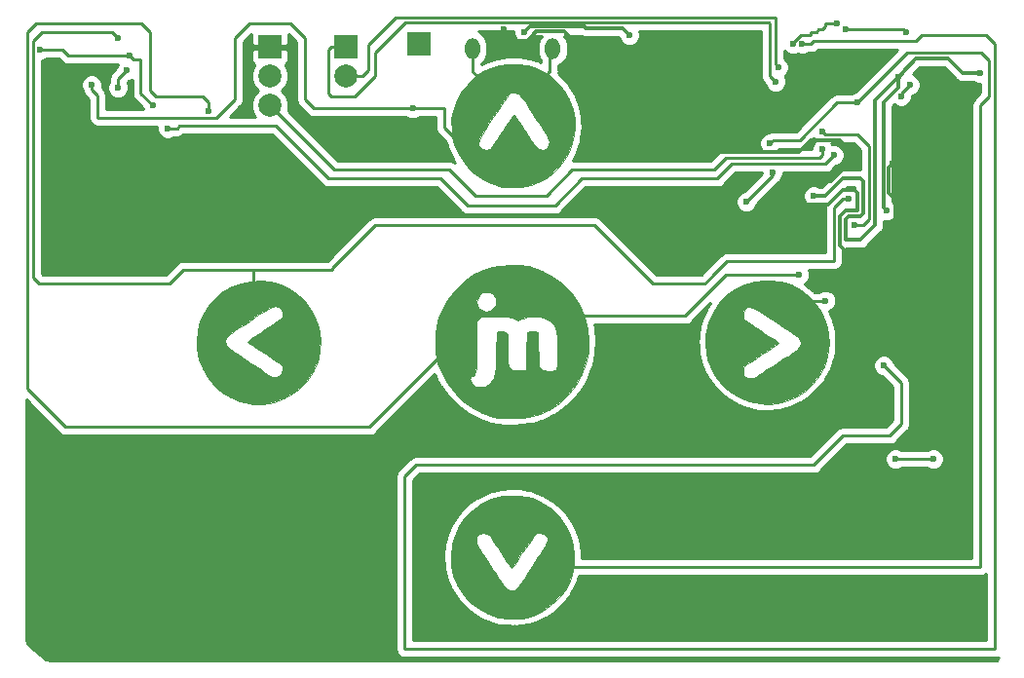
<source format=gbr>
G04 #@! TF.GenerationSoftware,KiCad,Pcbnew,(5.0.1-3-g963ef8bb5)*
G04 #@! TF.CreationDate,2018-12-07T14:13:47+00:00*
G04 #@! TF.ProjectId,invitation,696E7669746174696F6E2E6B69636164,rev?*
G04 #@! TF.SameCoordinates,Original*
G04 #@! TF.FileFunction,Copper,L1,Top,Signal*
G04 #@! TF.FilePolarity,Positive*
%FSLAX46Y46*%
G04 Gerber Fmt 4.6, Leading zero omitted, Abs format (unit mm)*
G04 Created by KiCad (PCBNEW (5.0.1-3-g963ef8bb5)) date Friday, 07 December 2018 at 14:13:47*
%MOMM*%
%LPD*%
G01*
G04 APERTURE LIST*
G04 #@! TA.AperFunction,EtchedComponent*
%ADD10C,0.010000*%
G04 #@! TD*
G04 #@! TA.AperFunction,ComponentPad*
%ADD11O,1.550000X1.250000*%
G04 #@! TD*
G04 #@! TA.AperFunction,ComponentPad*
%ADD12O,1.300000X1.850000*%
G04 #@! TD*
G04 #@! TA.AperFunction,ComponentPad*
%ADD13R,2.000000X2.000000*%
G04 #@! TD*
G04 #@! TA.AperFunction,ComponentPad*
%ADD14C,2.000000*%
G04 #@! TD*
G04 #@! TA.AperFunction,BGAPad,CuDef*
%ADD15C,1.000000*%
G04 #@! TD*
G04 #@! TA.AperFunction,ViaPad*
%ADD16C,0.600000*%
G04 #@! TD*
G04 #@! TA.AperFunction,Conductor*
%ADD17C,0.300000*%
G04 #@! TD*
G04 #@! TA.AperFunction,Conductor*
%ADD18C,0.250000*%
G04 #@! TD*
G04 #@! TA.AperFunction,Conductor*
%ADD19C,0.254000*%
G04 #@! TD*
G04 APERTURE END LIST*
D10*
G04 #@! TO.C,P4*
G36*
X141298524Y-94596623D02*
X142158751Y-94849985D01*
X142988777Y-95253521D01*
X143606156Y-95676492D01*
X144254718Y-96290941D01*
X144795698Y-97026365D01*
X145215985Y-97863208D01*
X145378988Y-98320666D01*
X145523824Y-98980546D01*
X145583546Y-99712240D01*
X145558850Y-100455010D01*
X145450431Y-101148117D01*
X145342265Y-101524023D01*
X144944227Y-102424278D01*
X144426619Y-103206619D01*
X143783835Y-103878375D01*
X143199750Y-104325088D01*
X142411837Y-104754090D01*
X141546952Y-105049501D01*
X140642274Y-105202800D01*
X139734985Y-105205470D01*
X139480333Y-105177353D01*
X138617030Y-104988883D01*
X137827459Y-104664771D01*
X137089326Y-104193590D01*
X136429631Y-103613534D01*
X135810799Y-102895863D01*
X135352219Y-102132238D01*
X135048125Y-101308739D01*
X134892751Y-100411446D01*
X134868502Y-99844666D01*
X134876944Y-99735927D01*
X137325387Y-99735927D01*
X137388497Y-100052699D01*
X137446827Y-100155489D01*
X137553218Y-100254502D01*
X137778784Y-100428787D01*
X138100456Y-100661749D01*
X138495163Y-100936790D01*
X138939836Y-101237313D01*
X139076660Y-101328060D01*
X139554503Y-101643731D01*
X140012321Y-101946398D01*
X140421168Y-102216907D01*
X140752095Y-102436104D01*
X140976156Y-102584835D01*
X141004333Y-102603597D01*
X141400732Y-102816528D01*
X141732554Y-102879422D01*
X142011570Y-102793388D01*
X142120709Y-102708574D01*
X142252652Y-102498926D01*
X142318441Y-102224180D01*
X142306519Y-101961405D01*
X142251870Y-101833864D01*
X142167733Y-101766408D01*
X141967861Y-101623860D01*
X141678293Y-101423723D01*
X141325067Y-101183499D01*
X140934223Y-100920693D01*
X140531798Y-100652807D01*
X140143832Y-100397344D01*
X139796364Y-100171809D01*
X139515431Y-99993704D01*
X139501500Y-99985057D01*
X139341465Y-99868573D01*
X139270385Y-99782547D01*
X139270158Y-99779214D01*
X139338370Y-99716237D01*
X139527487Y-99577256D01*
X139815683Y-99377383D01*
X140181133Y-99131728D01*
X140602010Y-98855400D01*
X140643213Y-98828666D01*
X141080511Y-98542680D01*
X141476326Y-98279046D01*
X141805572Y-98054852D01*
X142043168Y-97887186D01*
X142164029Y-97793134D01*
X142165721Y-97791500D01*
X142280383Y-97577670D01*
X142313033Y-97293184D01*
X142262760Y-97016035D01*
X142176544Y-96866833D01*
X141951014Y-96741639D01*
X141686177Y-96712000D01*
X141547969Y-96722415D01*
X141398624Y-96761908D01*
X141215133Y-96842846D01*
X140974490Y-96977597D01*
X140653686Y-97178529D01*
X140229713Y-97458010D01*
X139953648Y-97643333D01*
X139528012Y-97929025D01*
X139152120Y-98179258D01*
X138847790Y-98379679D01*
X138636841Y-98515933D01*
X138541091Y-98573665D01*
X138538057Y-98574666D01*
X138430683Y-98623895D01*
X138235696Y-98750588D01*
X137995107Y-98923260D01*
X137750932Y-99110423D01*
X137545182Y-99280590D01*
X137419870Y-99402273D01*
X137404422Y-99424281D01*
X137325387Y-99735927D01*
X134876944Y-99735927D01*
X134941902Y-98899286D01*
X135163536Y-98029751D01*
X135379902Y-97517177D01*
X135866606Y-96706790D01*
X136459805Y-96015990D01*
X137142413Y-95448600D01*
X137897341Y-95008444D01*
X138707504Y-94699345D01*
X139555813Y-94525126D01*
X140425182Y-94489611D01*
X141298524Y-94596623D01*
X141298524Y-94596623D01*
G37*
X141298524Y-94596623D02*
X142158751Y-94849985D01*
X142988777Y-95253521D01*
X143606156Y-95676492D01*
X144254718Y-96290941D01*
X144795698Y-97026365D01*
X145215985Y-97863208D01*
X145378988Y-98320666D01*
X145523824Y-98980546D01*
X145583546Y-99712240D01*
X145558850Y-100455010D01*
X145450431Y-101148117D01*
X145342265Y-101524023D01*
X144944227Y-102424278D01*
X144426619Y-103206619D01*
X143783835Y-103878375D01*
X143199750Y-104325088D01*
X142411837Y-104754090D01*
X141546952Y-105049501D01*
X140642274Y-105202800D01*
X139734985Y-105205470D01*
X139480333Y-105177353D01*
X138617030Y-104988883D01*
X137827459Y-104664771D01*
X137089326Y-104193590D01*
X136429631Y-103613534D01*
X135810799Y-102895863D01*
X135352219Y-102132238D01*
X135048125Y-101308739D01*
X134892751Y-100411446D01*
X134868502Y-99844666D01*
X134876944Y-99735927D01*
X137325387Y-99735927D01*
X137388497Y-100052699D01*
X137446827Y-100155489D01*
X137553218Y-100254502D01*
X137778784Y-100428787D01*
X138100456Y-100661749D01*
X138495163Y-100936790D01*
X138939836Y-101237313D01*
X139076660Y-101328060D01*
X139554503Y-101643731D01*
X140012321Y-101946398D01*
X140421168Y-102216907D01*
X140752095Y-102436104D01*
X140976156Y-102584835D01*
X141004333Y-102603597D01*
X141400732Y-102816528D01*
X141732554Y-102879422D01*
X142011570Y-102793388D01*
X142120709Y-102708574D01*
X142252652Y-102498926D01*
X142318441Y-102224180D01*
X142306519Y-101961405D01*
X142251870Y-101833864D01*
X142167733Y-101766408D01*
X141967861Y-101623860D01*
X141678293Y-101423723D01*
X141325067Y-101183499D01*
X140934223Y-100920693D01*
X140531798Y-100652807D01*
X140143832Y-100397344D01*
X139796364Y-100171809D01*
X139515431Y-99993704D01*
X139501500Y-99985057D01*
X139341465Y-99868573D01*
X139270385Y-99782547D01*
X139270158Y-99779214D01*
X139338370Y-99716237D01*
X139527487Y-99577256D01*
X139815683Y-99377383D01*
X140181133Y-99131728D01*
X140602010Y-98855400D01*
X140643213Y-98828666D01*
X141080511Y-98542680D01*
X141476326Y-98279046D01*
X141805572Y-98054852D01*
X142043168Y-97887186D01*
X142164029Y-97793134D01*
X142165721Y-97791500D01*
X142280383Y-97577670D01*
X142313033Y-97293184D01*
X142262760Y-97016035D01*
X142176544Y-96866833D01*
X141951014Y-96741639D01*
X141686177Y-96712000D01*
X141547969Y-96722415D01*
X141398624Y-96761908D01*
X141215133Y-96842846D01*
X140974490Y-96977597D01*
X140653686Y-97178529D01*
X140229713Y-97458010D01*
X139953648Y-97643333D01*
X139528012Y-97929025D01*
X139152120Y-98179258D01*
X138847790Y-98379679D01*
X138636841Y-98515933D01*
X138541091Y-98573665D01*
X138538057Y-98574666D01*
X138430683Y-98623895D01*
X138235696Y-98750588D01*
X137995107Y-98923260D01*
X137750932Y-99110423D01*
X137545182Y-99280590D01*
X137419870Y-99402273D01*
X137404422Y-99424281D01*
X137325387Y-99735927D01*
X134876944Y-99735927D01*
X134941902Y-98899286D01*
X135163536Y-98029751D01*
X135379902Y-97517177D01*
X135866606Y-96706790D01*
X136459805Y-96015990D01*
X137142413Y-95448600D01*
X137897341Y-95008444D01*
X138707504Y-94699345D01*
X139555813Y-94525126D01*
X140425182Y-94489611D01*
X141298524Y-94596623D01*
G04 #@! TO.C,P5*
G36*
X185465430Y-94528083D02*
X185640000Y-94563759D01*
X186490574Y-94846248D01*
X187284402Y-95272807D01*
X188002096Y-95824200D01*
X188624271Y-96481187D01*
X189131540Y-97224531D01*
X189504517Y-98034993D01*
X189656842Y-98550000D01*
X189749012Y-99135878D01*
X189780937Y-99800906D01*
X189752598Y-100467350D01*
X189663974Y-101057475D01*
X189657504Y-101085522D01*
X189372416Y-101940486D01*
X188947311Y-102723025D01*
X188400216Y-103420660D01*
X187749156Y-104020916D01*
X187012157Y-104511315D01*
X186207244Y-104879380D01*
X185352443Y-105112635D01*
X184465779Y-105198602D01*
X183775451Y-105156941D01*
X182849520Y-104953480D01*
X181989725Y-104601006D01*
X181210505Y-104111756D01*
X180526302Y-103497966D01*
X179951557Y-102771874D01*
X179500712Y-101945717D01*
X179275678Y-101344000D01*
X179130842Y-100684120D01*
X179071120Y-99952425D01*
X179095816Y-99209655D01*
X179204234Y-98516549D01*
X179312401Y-98140643D01*
X179625471Y-97440486D01*
X182336225Y-97440486D01*
X182348147Y-97703261D01*
X182402796Y-97830802D01*
X182486933Y-97898257D01*
X182686805Y-98040805D01*
X182976373Y-98240943D01*
X183329599Y-98481167D01*
X183720443Y-98743973D01*
X184122868Y-99011859D01*
X184510833Y-99267321D01*
X184858302Y-99492857D01*
X185139235Y-99670962D01*
X185153166Y-99679609D01*
X185313201Y-99796093D01*
X185384281Y-99882118D01*
X185384507Y-99885451D01*
X185316296Y-99948429D01*
X185127179Y-100087409D01*
X184838982Y-100287282D01*
X184473533Y-100532938D01*
X184052656Y-100809266D01*
X184011453Y-100836000D01*
X183574154Y-101121986D01*
X183178340Y-101385620D01*
X182849093Y-101609813D01*
X182611498Y-101777480D01*
X182490637Y-101871532D01*
X182488945Y-101873166D01*
X182374283Y-102086996D01*
X182341632Y-102371481D01*
X182391906Y-102648631D01*
X182478122Y-102797833D01*
X182703651Y-102923026D01*
X182968489Y-102952666D01*
X183106697Y-102942250D01*
X183256042Y-102902758D01*
X183439532Y-102821820D01*
X183680176Y-102687069D01*
X184000979Y-102486137D01*
X184424952Y-102206655D01*
X184701018Y-102021333D01*
X185126654Y-101735641D01*
X185502546Y-101485408D01*
X185806875Y-101284987D01*
X186017824Y-101148733D01*
X186113575Y-101091000D01*
X186116609Y-101090000D01*
X186223982Y-101040771D01*
X186418970Y-100914077D01*
X186659558Y-100741405D01*
X186903734Y-100554243D01*
X187109484Y-100384076D01*
X187234795Y-100262393D01*
X187250244Y-100240384D01*
X187329251Y-99929879D01*
X187267487Y-99614365D01*
X187209063Y-99510924D01*
X187099058Y-99406386D01*
X186873195Y-99229309D01*
X186557830Y-98999070D01*
X186179317Y-98735052D01*
X185875563Y-98530325D01*
X185154937Y-98052250D01*
X184560919Y-97661255D01*
X184079163Y-97350581D01*
X183695322Y-97113469D01*
X183395051Y-96943162D01*
X183164004Y-96832901D01*
X182987833Y-96775927D01*
X182852193Y-96765482D01*
X182742738Y-96794807D01*
X182645121Y-96857143D01*
X182544996Y-96945733D01*
X182533956Y-96956091D01*
X182402013Y-97165740D01*
X182336225Y-97440486D01*
X179625471Y-97440486D01*
X179711470Y-97248158D01*
X180236389Y-96457699D01*
X180875851Y-95780493D01*
X181618552Y-95227765D01*
X182453183Y-94810740D01*
X182785505Y-94692291D01*
X183408148Y-94545880D01*
X184108269Y-94467640D01*
X184816989Y-94460674D01*
X185465430Y-94528083D01*
X185465430Y-94528083D01*
G37*
X185465430Y-94528083D02*
X185640000Y-94563759D01*
X186490574Y-94846248D01*
X187284402Y-95272807D01*
X188002096Y-95824200D01*
X188624271Y-96481187D01*
X189131540Y-97224531D01*
X189504517Y-98034993D01*
X189656842Y-98550000D01*
X189749012Y-99135878D01*
X189780937Y-99800906D01*
X189752598Y-100467350D01*
X189663974Y-101057475D01*
X189657504Y-101085522D01*
X189372416Y-101940486D01*
X188947311Y-102723025D01*
X188400216Y-103420660D01*
X187749156Y-104020916D01*
X187012157Y-104511315D01*
X186207244Y-104879380D01*
X185352443Y-105112635D01*
X184465779Y-105198602D01*
X183775451Y-105156941D01*
X182849520Y-104953480D01*
X181989725Y-104601006D01*
X181210505Y-104111756D01*
X180526302Y-103497966D01*
X179951557Y-102771874D01*
X179500712Y-101945717D01*
X179275678Y-101344000D01*
X179130842Y-100684120D01*
X179071120Y-99952425D01*
X179095816Y-99209655D01*
X179204234Y-98516549D01*
X179312401Y-98140643D01*
X179625471Y-97440486D01*
X182336225Y-97440486D01*
X182348147Y-97703261D01*
X182402796Y-97830802D01*
X182486933Y-97898257D01*
X182686805Y-98040805D01*
X182976373Y-98240943D01*
X183329599Y-98481167D01*
X183720443Y-98743973D01*
X184122868Y-99011859D01*
X184510833Y-99267321D01*
X184858302Y-99492857D01*
X185139235Y-99670962D01*
X185153166Y-99679609D01*
X185313201Y-99796093D01*
X185384281Y-99882118D01*
X185384507Y-99885451D01*
X185316296Y-99948429D01*
X185127179Y-100087409D01*
X184838982Y-100287282D01*
X184473533Y-100532938D01*
X184052656Y-100809266D01*
X184011453Y-100836000D01*
X183574154Y-101121986D01*
X183178340Y-101385620D01*
X182849093Y-101609813D01*
X182611498Y-101777480D01*
X182490637Y-101871532D01*
X182488945Y-101873166D01*
X182374283Y-102086996D01*
X182341632Y-102371481D01*
X182391906Y-102648631D01*
X182478122Y-102797833D01*
X182703651Y-102923026D01*
X182968489Y-102952666D01*
X183106697Y-102942250D01*
X183256042Y-102902758D01*
X183439532Y-102821820D01*
X183680176Y-102687069D01*
X184000979Y-102486137D01*
X184424952Y-102206655D01*
X184701018Y-102021333D01*
X185126654Y-101735641D01*
X185502546Y-101485408D01*
X185806875Y-101284987D01*
X186017824Y-101148733D01*
X186113575Y-101091000D01*
X186116609Y-101090000D01*
X186223982Y-101040771D01*
X186418970Y-100914077D01*
X186659558Y-100741405D01*
X186903734Y-100554243D01*
X187109484Y-100384076D01*
X187234795Y-100262393D01*
X187250244Y-100240384D01*
X187329251Y-99929879D01*
X187267487Y-99614365D01*
X187209063Y-99510924D01*
X187099058Y-99406386D01*
X186873195Y-99229309D01*
X186557830Y-98999070D01*
X186179317Y-98735052D01*
X185875563Y-98530325D01*
X185154937Y-98052250D01*
X184560919Y-97661255D01*
X184079163Y-97350581D01*
X183695322Y-97113469D01*
X183395051Y-96943162D01*
X183164004Y-96832901D01*
X182987833Y-96775927D01*
X182852193Y-96765482D01*
X182742738Y-96794807D01*
X182645121Y-96857143D01*
X182544996Y-96945733D01*
X182533956Y-96956091D01*
X182402013Y-97165740D01*
X182336225Y-97440486D01*
X179625471Y-97440486D01*
X179711470Y-97248158D01*
X180236389Y-96457699D01*
X180875851Y-95780493D01*
X181618552Y-95227765D01*
X182453183Y-94810740D01*
X182785505Y-94692291D01*
X183408148Y-94545880D01*
X184108269Y-94467640D01*
X184816989Y-94460674D01*
X185465430Y-94528083D01*
G04 #@! TO.C,P10*
G36*
X162801355Y-75664523D02*
X163656624Y-75796793D01*
X164450157Y-76048128D01*
X164697489Y-76159902D01*
X165508040Y-76647812D01*
X166201962Y-77246440D01*
X166773513Y-77938526D01*
X167216949Y-78706810D01*
X167526528Y-79534033D01*
X167696507Y-80402935D01*
X167721142Y-81296258D01*
X167594692Y-82196740D01*
X167311413Y-83087123D01*
X167132371Y-83477666D01*
X166651562Y-84246290D01*
X166039353Y-84923130D01*
X165316369Y-85490980D01*
X164503239Y-85932632D01*
X163936333Y-86143821D01*
X163504168Y-86245948D01*
X162987377Y-86320323D01*
X162443376Y-86363005D01*
X161929580Y-86370052D01*
X161503406Y-86337525D01*
X161395478Y-86318235D01*
X160465632Y-86037513D01*
X159616165Y-85619451D01*
X158860966Y-85076321D01*
X158213927Y-84420395D01*
X157688940Y-83663944D01*
X157299894Y-82819242D01*
X157242291Y-82649161D01*
X157226610Y-82582473D01*
X159315482Y-82582473D01*
X159344807Y-82691928D01*
X159407143Y-82789545D01*
X159495733Y-82889670D01*
X159506091Y-82900709D01*
X159715740Y-83032652D01*
X159990486Y-83098441D01*
X160253261Y-83086519D01*
X160380802Y-83031870D01*
X160448257Y-82947733D01*
X160590805Y-82747861D01*
X160790943Y-82458293D01*
X161031167Y-82105067D01*
X161293973Y-81714223D01*
X161561859Y-81311798D01*
X161817321Y-80923832D01*
X162042857Y-80576364D01*
X162220962Y-80295431D01*
X162229609Y-80281500D01*
X162346093Y-80121465D01*
X162432118Y-80050385D01*
X162435451Y-80050158D01*
X162498429Y-80118370D01*
X162637409Y-80307487D01*
X162837282Y-80595683D01*
X163082938Y-80961133D01*
X163359266Y-81382010D01*
X163386000Y-81423213D01*
X163671986Y-81860511D01*
X163935620Y-82256326D01*
X164159813Y-82585572D01*
X164327480Y-82823168D01*
X164421532Y-82944029D01*
X164423166Y-82945721D01*
X164636996Y-83060383D01*
X164921481Y-83093033D01*
X165198631Y-83042760D01*
X165347833Y-82956544D01*
X165473026Y-82731014D01*
X165502666Y-82466177D01*
X165492250Y-82327969D01*
X165452758Y-82178624D01*
X165371820Y-81995133D01*
X165237069Y-81754490D01*
X165036137Y-81433686D01*
X164756655Y-81009713D01*
X164571333Y-80733648D01*
X164285641Y-80308012D01*
X164035408Y-79932120D01*
X163834987Y-79627790D01*
X163698733Y-79416841D01*
X163641000Y-79321091D01*
X163640000Y-79318057D01*
X163590771Y-79210683D01*
X163464077Y-79015696D01*
X163291405Y-78775107D01*
X163104243Y-78530932D01*
X162934076Y-78325182D01*
X162812393Y-78199870D01*
X162790384Y-78184422D01*
X162479879Y-78105414D01*
X162164365Y-78167179D01*
X162060924Y-78225603D01*
X161956386Y-78335608D01*
X161779309Y-78561470D01*
X161549070Y-78876836D01*
X161285052Y-79255349D01*
X161080325Y-79559103D01*
X160602250Y-80279729D01*
X160211255Y-80873747D01*
X159900581Y-81355503D01*
X159663469Y-81739343D01*
X159493162Y-82039614D01*
X159382901Y-82270662D01*
X159325927Y-82446833D01*
X159315482Y-82582473D01*
X157226610Y-82582473D01*
X157095880Y-82026518D01*
X157017640Y-81326397D01*
X157010674Y-80617677D01*
X157078083Y-79969236D01*
X157113759Y-79794666D01*
X157396248Y-78944091D01*
X157822807Y-78150264D01*
X158374200Y-77432570D01*
X159031187Y-76810395D01*
X159774531Y-76303126D01*
X160584993Y-75930149D01*
X161100000Y-75777823D01*
X161932947Y-75656479D01*
X162801355Y-75664523D01*
X162801355Y-75664523D01*
G37*
X162801355Y-75664523D02*
X163656624Y-75796793D01*
X164450157Y-76048128D01*
X164697489Y-76159902D01*
X165508040Y-76647812D01*
X166201962Y-77246440D01*
X166773513Y-77938526D01*
X167216949Y-78706810D01*
X167526528Y-79534033D01*
X167696507Y-80402935D01*
X167721142Y-81296258D01*
X167594692Y-82196740D01*
X167311413Y-83087123D01*
X167132371Y-83477666D01*
X166651562Y-84246290D01*
X166039353Y-84923130D01*
X165316369Y-85490980D01*
X164503239Y-85932632D01*
X163936333Y-86143821D01*
X163504168Y-86245948D01*
X162987377Y-86320323D01*
X162443376Y-86363005D01*
X161929580Y-86370052D01*
X161503406Y-86337525D01*
X161395478Y-86318235D01*
X160465632Y-86037513D01*
X159616165Y-85619451D01*
X158860966Y-85076321D01*
X158213927Y-84420395D01*
X157688940Y-83663944D01*
X157299894Y-82819242D01*
X157242291Y-82649161D01*
X157226610Y-82582473D01*
X159315482Y-82582473D01*
X159344807Y-82691928D01*
X159407143Y-82789545D01*
X159495733Y-82889670D01*
X159506091Y-82900709D01*
X159715740Y-83032652D01*
X159990486Y-83098441D01*
X160253261Y-83086519D01*
X160380802Y-83031870D01*
X160448257Y-82947733D01*
X160590805Y-82747861D01*
X160790943Y-82458293D01*
X161031167Y-82105067D01*
X161293973Y-81714223D01*
X161561859Y-81311798D01*
X161817321Y-80923832D01*
X162042857Y-80576364D01*
X162220962Y-80295431D01*
X162229609Y-80281500D01*
X162346093Y-80121465D01*
X162432118Y-80050385D01*
X162435451Y-80050158D01*
X162498429Y-80118370D01*
X162637409Y-80307487D01*
X162837282Y-80595683D01*
X163082938Y-80961133D01*
X163359266Y-81382010D01*
X163386000Y-81423213D01*
X163671986Y-81860511D01*
X163935620Y-82256326D01*
X164159813Y-82585572D01*
X164327480Y-82823168D01*
X164421532Y-82944029D01*
X164423166Y-82945721D01*
X164636996Y-83060383D01*
X164921481Y-83093033D01*
X165198631Y-83042760D01*
X165347833Y-82956544D01*
X165473026Y-82731014D01*
X165502666Y-82466177D01*
X165492250Y-82327969D01*
X165452758Y-82178624D01*
X165371820Y-81995133D01*
X165237069Y-81754490D01*
X165036137Y-81433686D01*
X164756655Y-81009713D01*
X164571333Y-80733648D01*
X164285641Y-80308012D01*
X164035408Y-79932120D01*
X163834987Y-79627790D01*
X163698733Y-79416841D01*
X163641000Y-79321091D01*
X163640000Y-79318057D01*
X163590771Y-79210683D01*
X163464077Y-79015696D01*
X163291405Y-78775107D01*
X163104243Y-78530932D01*
X162934076Y-78325182D01*
X162812393Y-78199870D01*
X162790384Y-78184422D01*
X162479879Y-78105414D01*
X162164365Y-78167179D01*
X162060924Y-78225603D01*
X161956386Y-78335608D01*
X161779309Y-78561470D01*
X161549070Y-78876836D01*
X161285052Y-79255349D01*
X161080325Y-79559103D01*
X160602250Y-80279729D01*
X160211255Y-80873747D01*
X159900581Y-81355503D01*
X159663469Y-81739343D01*
X159493162Y-82039614D01*
X159382901Y-82270662D01*
X159325927Y-82446833D01*
X159315482Y-82582473D01*
X157226610Y-82582473D01*
X157095880Y-82026518D01*
X157017640Y-81326397D01*
X157010674Y-80617677D01*
X157078083Y-79969236D01*
X157113759Y-79794666D01*
X157396248Y-78944091D01*
X157822807Y-78150264D01*
X158374200Y-77432570D01*
X159031187Y-76810395D01*
X159774531Y-76303126D01*
X160584993Y-75930149D01*
X161100000Y-75777823D01*
X161932947Y-75656479D01*
X162801355Y-75664523D01*
G04 #@! TO.C,P11*
G36*
X162905010Y-113175816D02*
X163598117Y-113284234D01*
X163974023Y-113392401D01*
X164866508Y-113791470D01*
X165656966Y-114316389D01*
X166334172Y-114955851D01*
X166886901Y-115698552D01*
X167303925Y-116533183D01*
X167422374Y-116865505D01*
X167568786Y-117488148D01*
X167647025Y-118188269D01*
X167653991Y-118896989D01*
X167586583Y-119545430D01*
X167550906Y-119720000D01*
X167268418Y-120570574D01*
X166841858Y-121364402D01*
X166290466Y-122082096D01*
X165633478Y-122704271D01*
X164890135Y-123211540D01*
X164079673Y-123584517D01*
X163564666Y-123736842D01*
X163049079Y-123818740D01*
X162445109Y-123854036D01*
X161823536Y-123842816D01*
X161255143Y-123785166D01*
X160990895Y-123733712D01*
X160169057Y-123451008D01*
X159390004Y-123020770D01*
X158679430Y-122463932D01*
X158063032Y-121801429D01*
X157566506Y-121054195D01*
X157467256Y-120863000D01*
X157162961Y-120099162D01*
X156991393Y-119298651D01*
X156942412Y-118450000D01*
X157028648Y-117513130D01*
X157154958Y-117048489D01*
X159162000Y-117048489D01*
X159172415Y-117186697D01*
X159211908Y-117336042D01*
X159292846Y-117519532D01*
X159427597Y-117760176D01*
X159628529Y-118080979D01*
X159908010Y-118504952D01*
X160093333Y-118781018D01*
X160379025Y-119206654D01*
X160629258Y-119582546D01*
X160829679Y-119886875D01*
X160965933Y-120097824D01*
X161023665Y-120193575D01*
X161024666Y-120196609D01*
X161073048Y-120299647D01*
X161197500Y-120491751D01*
X161366985Y-120730831D01*
X161550463Y-120974799D01*
X161716897Y-121181566D01*
X161835247Y-121309044D01*
X161857554Y-121326019D01*
X162140934Y-121405489D01*
X162448611Y-121365899D01*
X162603742Y-121289063D01*
X162708279Y-121179058D01*
X162885357Y-120953195D01*
X163115595Y-120637830D01*
X163379614Y-120259317D01*
X163584341Y-119955563D01*
X164062416Y-119234937D01*
X164453411Y-118640919D01*
X164764085Y-118159163D01*
X165001196Y-117775322D01*
X165171503Y-117475051D01*
X165281764Y-117244004D01*
X165338738Y-117067833D01*
X165349184Y-116932193D01*
X165319859Y-116822738D01*
X165257523Y-116725121D01*
X165168933Y-116624996D01*
X165158574Y-116613956D01*
X164948926Y-116482013D01*
X164674180Y-116416225D01*
X164411405Y-116428147D01*
X164283864Y-116482796D01*
X164216408Y-116566933D01*
X164073860Y-116766805D01*
X163873723Y-117056373D01*
X163633499Y-117409599D01*
X163370693Y-117800443D01*
X163102807Y-118202868D01*
X162847344Y-118590833D01*
X162621809Y-118938302D01*
X162443704Y-119219235D01*
X162435057Y-119233166D01*
X162318573Y-119393201D01*
X162232547Y-119464281D01*
X162229214Y-119464507D01*
X162166237Y-119396296D01*
X162027256Y-119207179D01*
X161827383Y-118918982D01*
X161581728Y-118553533D01*
X161305400Y-118132656D01*
X161278666Y-118091453D01*
X160992680Y-117654154D01*
X160729046Y-117258340D01*
X160504852Y-116929093D01*
X160337186Y-116691498D01*
X160243134Y-116570637D01*
X160241500Y-116568945D01*
X160027670Y-116454283D01*
X159743184Y-116421632D01*
X159466035Y-116471906D01*
X159316833Y-116558122D01*
X159191639Y-116783651D01*
X159162000Y-117048489D01*
X157154958Y-117048489D01*
X157269260Y-116628025D01*
X157653484Y-115809012D01*
X158170551Y-115070417D01*
X158809696Y-114426568D01*
X159560153Y-113891791D01*
X160411155Y-113480412D01*
X160770666Y-113355678D01*
X161430546Y-113210842D01*
X162162240Y-113151120D01*
X162905010Y-113175816D01*
X162905010Y-113175816D01*
G37*
X162905010Y-113175816D02*
X163598117Y-113284234D01*
X163974023Y-113392401D01*
X164866508Y-113791470D01*
X165656966Y-114316389D01*
X166334172Y-114955851D01*
X166886901Y-115698552D01*
X167303925Y-116533183D01*
X167422374Y-116865505D01*
X167568786Y-117488148D01*
X167647025Y-118188269D01*
X167653991Y-118896989D01*
X167586583Y-119545430D01*
X167550906Y-119720000D01*
X167268418Y-120570574D01*
X166841858Y-121364402D01*
X166290466Y-122082096D01*
X165633478Y-122704271D01*
X164890135Y-123211540D01*
X164079673Y-123584517D01*
X163564666Y-123736842D01*
X163049079Y-123818740D01*
X162445109Y-123854036D01*
X161823536Y-123842816D01*
X161255143Y-123785166D01*
X160990895Y-123733712D01*
X160169057Y-123451008D01*
X159390004Y-123020770D01*
X158679430Y-122463932D01*
X158063032Y-121801429D01*
X157566506Y-121054195D01*
X157467256Y-120863000D01*
X157162961Y-120099162D01*
X156991393Y-119298651D01*
X156942412Y-118450000D01*
X157028648Y-117513130D01*
X157154958Y-117048489D01*
X159162000Y-117048489D01*
X159172415Y-117186697D01*
X159211908Y-117336042D01*
X159292846Y-117519532D01*
X159427597Y-117760176D01*
X159628529Y-118080979D01*
X159908010Y-118504952D01*
X160093333Y-118781018D01*
X160379025Y-119206654D01*
X160629258Y-119582546D01*
X160829679Y-119886875D01*
X160965933Y-120097824D01*
X161023665Y-120193575D01*
X161024666Y-120196609D01*
X161073048Y-120299647D01*
X161197500Y-120491751D01*
X161366985Y-120730831D01*
X161550463Y-120974799D01*
X161716897Y-121181566D01*
X161835247Y-121309044D01*
X161857554Y-121326019D01*
X162140934Y-121405489D01*
X162448611Y-121365899D01*
X162603742Y-121289063D01*
X162708279Y-121179058D01*
X162885357Y-120953195D01*
X163115595Y-120637830D01*
X163379614Y-120259317D01*
X163584341Y-119955563D01*
X164062416Y-119234937D01*
X164453411Y-118640919D01*
X164764085Y-118159163D01*
X165001196Y-117775322D01*
X165171503Y-117475051D01*
X165281764Y-117244004D01*
X165338738Y-117067833D01*
X165349184Y-116932193D01*
X165319859Y-116822738D01*
X165257523Y-116725121D01*
X165168933Y-116624996D01*
X165158574Y-116613956D01*
X164948926Y-116482013D01*
X164674180Y-116416225D01*
X164411405Y-116428147D01*
X164283864Y-116482796D01*
X164216408Y-116566933D01*
X164073860Y-116766805D01*
X163873723Y-117056373D01*
X163633499Y-117409599D01*
X163370693Y-117800443D01*
X163102807Y-118202868D01*
X162847344Y-118590833D01*
X162621809Y-118938302D01*
X162443704Y-119219235D01*
X162435057Y-119233166D01*
X162318573Y-119393201D01*
X162232547Y-119464281D01*
X162229214Y-119464507D01*
X162166237Y-119396296D01*
X162027256Y-119207179D01*
X161827383Y-118918982D01*
X161581728Y-118553533D01*
X161305400Y-118132656D01*
X161278666Y-118091453D01*
X160992680Y-117654154D01*
X160729046Y-117258340D01*
X160504852Y-116929093D01*
X160337186Y-116691498D01*
X160243134Y-116570637D01*
X160241500Y-116568945D01*
X160027670Y-116454283D01*
X159743184Y-116421632D01*
X159466035Y-116471906D01*
X159316833Y-116558122D01*
X159191639Y-116783651D01*
X159162000Y-117048489D01*
X157154958Y-117048489D01*
X157269260Y-116628025D01*
X157653484Y-115809012D01*
X158170551Y-115070417D01*
X158809696Y-114426568D01*
X159560153Y-113891791D01*
X160411155Y-113480412D01*
X160770666Y-113355678D01*
X161430546Y-113210842D01*
X162162240Y-113151120D01*
X162905010Y-113175816D01*
G04 #@! TO.C,P2*
G36*
X163067989Y-93151201D02*
X163501919Y-93191849D01*
X163764000Y-93242826D01*
X164847228Y-93622621D01*
X165808623Y-94119468D01*
X166650234Y-94734977D01*
X167374111Y-95470760D01*
X167982303Y-96328427D01*
X168209156Y-96735848D01*
X168600018Y-97671662D01*
X168843413Y-98662924D01*
X168938779Y-99682909D01*
X168885560Y-100704891D01*
X168683194Y-101702146D01*
X168332826Y-102644313D01*
X167826547Y-103530719D01*
X167184089Y-104333465D01*
X166425043Y-105035306D01*
X165568997Y-105618994D01*
X164635539Y-106067283D01*
X164314333Y-106182405D01*
X163755842Y-106319377D01*
X163090574Y-106409073D01*
X162374876Y-106449650D01*
X161665095Y-106439264D01*
X161017579Y-106376071D01*
X160643600Y-106302505D01*
X159677246Y-105973386D01*
X158768411Y-105496974D01*
X157937995Y-104890122D01*
X157206899Y-104169680D01*
X156596025Y-103352499D01*
X156427691Y-103052704D01*
X158615684Y-103052704D01*
X158724192Y-103326517D01*
X158726331Y-103330663D01*
X158888738Y-103568206D01*
X159096741Y-103696200D01*
X159395756Y-103735429D01*
X159594817Y-103728169D01*
X159946935Y-103671980D01*
X160197812Y-103547063D01*
X160262485Y-103492980D01*
X160435956Y-103287802D01*
X160608703Y-103014187D01*
X160663082Y-102907333D01*
X160723722Y-102763033D01*
X160769832Y-102606721D01*
X160803954Y-102412002D01*
X160828629Y-102152482D01*
X160846398Y-101801765D01*
X160859804Y-101333456D01*
X160870929Y-100748583D01*
X160886258Y-100068888D01*
X160907006Y-99551606D01*
X160933648Y-99189888D01*
X160966662Y-98976888D01*
X160998847Y-98908379D01*
X161219224Y-98847570D01*
X161489817Y-98868040D01*
X161717787Y-98960468D01*
X161746499Y-98983455D01*
X161804575Y-99051939D01*
X161846168Y-99153363D01*
X161873959Y-99314156D01*
X161890625Y-99560745D01*
X161898845Y-99919560D01*
X161901297Y-100417029D01*
X161901333Y-100511304D01*
X161902144Y-101025743D01*
X161907042Y-101398767D01*
X161919720Y-101658297D01*
X161943875Y-101832250D01*
X161983201Y-101948545D01*
X162041394Y-102035101D01*
X162113019Y-102110716D01*
X162245418Y-102224726D01*
X162388291Y-102285107D01*
X162595445Y-102304683D01*
X162896186Y-102297367D01*
X163467666Y-102272333D01*
X163510000Y-100623254D01*
X163552333Y-98974175D01*
X163785166Y-98892410D01*
X164119745Y-98860268D01*
X164250833Y-98892318D01*
X164483666Y-98973991D01*
X164529200Y-100411495D01*
X164548321Y-100897300D01*
X164572398Y-101331265D01*
X164599137Y-101681918D01*
X164626243Y-101917788D01*
X164644995Y-101999518D01*
X164783800Y-102173431D01*
X165019833Y-102274407D01*
X165382209Y-102313341D01*
X165487175Y-102314666D01*
X165744282Y-102315388D01*
X165933030Y-102302498D01*
X166063945Y-102253411D01*
X166147551Y-102145542D01*
X166194371Y-101956306D01*
X166214930Y-101663119D01*
X166219751Y-101243395D01*
X166219333Y-100743442D01*
X166213876Y-100225063D01*
X166198785Y-99732202D01*
X166175983Y-99303971D01*
X166147390Y-98979480D01*
X166125735Y-98838569D01*
X165944782Y-98379621D01*
X165630791Y-98002004D01*
X165211973Y-97735360D01*
X165005887Y-97661981D01*
X164587134Y-97593707D01*
X164107063Y-97590189D01*
X163633572Y-97646416D01*
X163234558Y-97757373D01*
X163141386Y-97799628D01*
X162936399Y-97897912D01*
X162793662Y-97923069D01*
X162634860Y-97874133D01*
X162464195Y-97791270D01*
X162301693Y-97720757D01*
X162119763Y-97670396D01*
X161885189Y-97636156D01*
X161564753Y-97614005D01*
X161125238Y-97599912D01*
X160843000Y-97594502D01*
X160381670Y-97589872D01*
X159968385Y-97591398D01*
X159638540Y-97598528D01*
X159427533Y-97610709D01*
X159382500Y-97617282D01*
X159192000Y-97661226D01*
X159192000Y-99949817D01*
X159189987Y-100702671D01*
X159182159Y-101304210D01*
X159165831Y-101772423D01*
X159138318Y-102125300D01*
X159096935Y-102380829D01*
X159038997Y-102557000D01*
X158961819Y-102671803D01*
X158862718Y-102743226D01*
X158769595Y-102780038D01*
X158630308Y-102877036D01*
X158615684Y-103052704D01*
X156427691Y-103052704D01*
X156274755Y-102780333D01*
X156004926Y-102195631D01*
X155815275Y-101677555D01*
X155693130Y-101170480D01*
X155625817Y-100618783D01*
X155600661Y-99966839D01*
X155599565Y-99817000D01*
X155613839Y-99134921D01*
X155669521Y-98564241D01*
X155778167Y-98049675D01*
X155951334Y-97535941D01*
X156190910Y-96988181D01*
X156580324Y-96303333D01*
X159192000Y-96303333D01*
X159263325Y-96658333D01*
X159452937Y-96929713D01*
X159724287Y-97102325D01*
X160040830Y-97161025D01*
X160366017Y-97090667D01*
X160637846Y-96902512D01*
X160838377Y-96601097D01*
X160896111Y-96275173D01*
X160826194Y-95961289D01*
X160643770Y-95695990D01*
X160363987Y-95515824D01*
X160038666Y-95456666D01*
X159669972Y-95530839D01*
X159390564Y-95736493D01*
X159225737Y-96048334D01*
X159192000Y-96303333D01*
X156580324Y-96303333D01*
X156725910Y-96047298D01*
X157385516Y-95217269D01*
X158159248Y-94506841D01*
X159036628Y-93924761D01*
X160007175Y-93479775D01*
X160631333Y-93281834D01*
X160995930Y-93213163D01*
X161469395Y-93165173D01*
X162004227Y-93138455D01*
X162552925Y-93133600D01*
X163067989Y-93151201D01*
X163067989Y-93151201D01*
G37*
X163067989Y-93151201D02*
X163501919Y-93191849D01*
X163764000Y-93242826D01*
X164847228Y-93622621D01*
X165808623Y-94119468D01*
X166650234Y-94734977D01*
X167374111Y-95470760D01*
X167982303Y-96328427D01*
X168209156Y-96735848D01*
X168600018Y-97671662D01*
X168843413Y-98662924D01*
X168938779Y-99682909D01*
X168885560Y-100704891D01*
X168683194Y-101702146D01*
X168332826Y-102644313D01*
X167826547Y-103530719D01*
X167184089Y-104333465D01*
X166425043Y-105035306D01*
X165568997Y-105618994D01*
X164635539Y-106067283D01*
X164314333Y-106182405D01*
X163755842Y-106319377D01*
X163090574Y-106409073D01*
X162374876Y-106449650D01*
X161665095Y-106439264D01*
X161017579Y-106376071D01*
X160643600Y-106302505D01*
X159677246Y-105973386D01*
X158768411Y-105496974D01*
X157937995Y-104890122D01*
X157206899Y-104169680D01*
X156596025Y-103352499D01*
X156427691Y-103052704D01*
X158615684Y-103052704D01*
X158724192Y-103326517D01*
X158726331Y-103330663D01*
X158888738Y-103568206D01*
X159096741Y-103696200D01*
X159395756Y-103735429D01*
X159594817Y-103728169D01*
X159946935Y-103671980D01*
X160197812Y-103547063D01*
X160262485Y-103492980D01*
X160435956Y-103287802D01*
X160608703Y-103014187D01*
X160663082Y-102907333D01*
X160723722Y-102763033D01*
X160769832Y-102606721D01*
X160803954Y-102412002D01*
X160828629Y-102152482D01*
X160846398Y-101801765D01*
X160859804Y-101333456D01*
X160870929Y-100748583D01*
X160886258Y-100068888D01*
X160907006Y-99551606D01*
X160933648Y-99189888D01*
X160966662Y-98976888D01*
X160998847Y-98908379D01*
X161219224Y-98847570D01*
X161489817Y-98868040D01*
X161717787Y-98960468D01*
X161746499Y-98983455D01*
X161804575Y-99051939D01*
X161846168Y-99153363D01*
X161873959Y-99314156D01*
X161890625Y-99560745D01*
X161898845Y-99919560D01*
X161901297Y-100417029D01*
X161901333Y-100511304D01*
X161902144Y-101025743D01*
X161907042Y-101398767D01*
X161919720Y-101658297D01*
X161943875Y-101832250D01*
X161983201Y-101948545D01*
X162041394Y-102035101D01*
X162113019Y-102110716D01*
X162245418Y-102224726D01*
X162388291Y-102285107D01*
X162595445Y-102304683D01*
X162896186Y-102297367D01*
X163467666Y-102272333D01*
X163510000Y-100623254D01*
X163552333Y-98974175D01*
X163785166Y-98892410D01*
X164119745Y-98860268D01*
X164250833Y-98892318D01*
X164483666Y-98973991D01*
X164529200Y-100411495D01*
X164548321Y-100897300D01*
X164572398Y-101331265D01*
X164599137Y-101681918D01*
X164626243Y-101917788D01*
X164644995Y-101999518D01*
X164783800Y-102173431D01*
X165019833Y-102274407D01*
X165382209Y-102313341D01*
X165487175Y-102314666D01*
X165744282Y-102315388D01*
X165933030Y-102302498D01*
X166063945Y-102253411D01*
X166147551Y-102145542D01*
X166194371Y-101956306D01*
X166214930Y-101663119D01*
X166219751Y-101243395D01*
X166219333Y-100743442D01*
X166213876Y-100225063D01*
X166198785Y-99732202D01*
X166175983Y-99303971D01*
X166147390Y-98979480D01*
X166125735Y-98838569D01*
X165944782Y-98379621D01*
X165630791Y-98002004D01*
X165211973Y-97735360D01*
X165005887Y-97661981D01*
X164587134Y-97593707D01*
X164107063Y-97590189D01*
X163633572Y-97646416D01*
X163234558Y-97757373D01*
X163141386Y-97799628D01*
X162936399Y-97897912D01*
X162793662Y-97923069D01*
X162634860Y-97874133D01*
X162464195Y-97791270D01*
X162301693Y-97720757D01*
X162119763Y-97670396D01*
X161885189Y-97636156D01*
X161564753Y-97614005D01*
X161125238Y-97599912D01*
X160843000Y-97594502D01*
X160381670Y-97589872D01*
X159968385Y-97591398D01*
X159638540Y-97598528D01*
X159427533Y-97610709D01*
X159382500Y-97617282D01*
X159192000Y-97661226D01*
X159192000Y-99949817D01*
X159189987Y-100702671D01*
X159182159Y-101304210D01*
X159165831Y-101772423D01*
X159138318Y-102125300D01*
X159096935Y-102380829D01*
X159038997Y-102557000D01*
X158961819Y-102671803D01*
X158862718Y-102743226D01*
X158769595Y-102780038D01*
X158630308Y-102877036D01*
X158615684Y-103052704D01*
X156427691Y-103052704D01*
X156274755Y-102780333D01*
X156004926Y-102195631D01*
X155815275Y-101677555D01*
X155693130Y-101170480D01*
X155625817Y-100618783D01*
X155600661Y-99966839D01*
X155599565Y-99817000D01*
X155613839Y-99134921D01*
X155669521Y-98564241D01*
X155778167Y-98049675D01*
X155951334Y-97535941D01*
X156190910Y-96988181D01*
X156580324Y-96303333D01*
X159192000Y-96303333D01*
X159263325Y-96658333D01*
X159452937Y-96929713D01*
X159724287Y-97102325D01*
X160040830Y-97161025D01*
X160366017Y-97090667D01*
X160637846Y-96902512D01*
X160838377Y-96601097D01*
X160896111Y-96275173D01*
X160826194Y-95961289D01*
X160643770Y-95695990D01*
X160363987Y-95515824D01*
X160038666Y-95456666D01*
X159669972Y-95530839D01*
X159390564Y-95736493D01*
X159225737Y-96048334D01*
X159192000Y-96303333D01*
X156580324Y-96303333D01*
X156725910Y-96047298D01*
X157385516Y-95217269D01*
X158159248Y-94506841D01*
X159036628Y-93924761D01*
X160007175Y-93479775D01*
X160631333Y-93281834D01*
X160995930Y-93213163D01*
X161469395Y-93165173D01*
X162004227Y-93138455D01*
X162552925Y-93133600D01*
X163067989Y-93151201D01*
G04 #@! TD*
D11*
G04 #@! TO.P,P1,6*
G04 #@! TO.N,Net-(P1-Pad6)*
X159805100Y-77000540D03*
X164805100Y-77000540D03*
D12*
X158805100Y-74300540D03*
X165805100Y-74300540D03*
G04 #@! TD*
D13*
G04 #@! TO.P,P3,1*
G04 #@! TO.N,GND*
X141224000Y-74168000D03*
D14*
G04 #@! TO.P,P3,2*
G04 #@! TO.N,VCC*
X141224000Y-76708000D03*
G04 #@! TO.P,P3,3*
G04 #@! TO.N,SCLK*
X141224000Y-79248000D03*
G04 #@! TD*
D13*
G04 #@! TO.P,P8,1*
G04 #@! TO.N,RESET*
X154178000Y-73914000D03*
G04 #@! TD*
G04 #@! TO.P,P9,1*
G04 #@! TO.N,MOSI*
X147828000Y-74168000D03*
D14*
G04 #@! TO.P,P9,2*
G04 #@! TO.N,MISO*
X147828000Y-76708000D03*
G04 #@! TD*
D15*
G04 #@! TO.P,P4,1*
G04 #@! TO.N,leftArrSens*
X142740000Y-99760000D03*
G04 #@! TD*
G04 #@! TO.P,P5,1*
G04 #@! TO.N,rightArrSens*
X181830000Y-99820000D03*
G04 #@! TD*
G04 #@! TO.P,P10,1*
G04 #@! TO.N,upArrSens*
X162370000Y-83520000D03*
G04 #@! TD*
G04 #@! TO.P,P11,1*
G04 #@! TO.N,downArrSens*
X162210000Y-115910000D03*
G04 #@! TD*
G04 #@! TO.P,P2,1*
G04 #@! TO.N,homeSens*
X163510000Y-95880000D03*
G04 #@! TD*
D16*
G04 #@! TO.N,GND*
X191008000Y-75438000D03*
X199898000Y-76200000D03*
X195580000Y-91440000D03*
X198374000Y-84836000D03*
X201676000Y-87884000D03*
X179578000Y-83820000D03*
X185674000Y-80772000D03*
X172720000Y-78232000D03*
X161500000Y-72650000D03*
X195326000Y-84328000D03*
G04 #@! TO.N,VCC*
X195834000Y-76810000D03*
X172466000Y-73152000D03*
X163322000Y-72898000D03*
X188468000Y-87122000D03*
X202946000Y-76454000D03*
X194818000Y-88392000D03*
G04 #@! TO.N,interactLED*
X195580000Y-109982000D03*
X198882000Y-109982000D03*
G04 #@! TO.N,SCLK*
X189230000Y-83058000D03*
G04 #@! TO.N,MISO*
X185420000Y-75946000D03*
G04 #@! TO.N,MOSI*
X185166000Y-77216000D03*
G04 #@! TO.N,RESET*
X190500000Y-72136000D03*
X186690000Y-73914000D03*
G04 #@! TO.N,TXLED*
X196532000Y-72898000D03*
X191262000Y-72644000D03*
G04 #@! TO.N,Net-(C0-Pad1)*
X192024000Y-89662000D03*
X189230000Y-81534000D03*
G04 #@! TO.N,homeSens*
X135890000Y-79756000D03*
X187210000Y-93960000D03*
G04 #@! TO.N,leftArrSens*
X191516000Y-87376000D03*
X128016000Y-73406000D03*
G04 #@! TO.N,rightArrSens*
X189500000Y-96230000D03*
G04 #@! TO.N,upArrSens*
X153630000Y-79502000D03*
X125730000Y-77470000D03*
G04 #@! TO.N,downArrSens*
X184658000Y-82550000D03*
X192278000Y-78994000D03*
X128016000Y-77724000D03*
X128778000Y-76200000D03*
G04 #@! TO.N,downArrBtn*
X190246000Y-83566000D03*
X132334000Y-81236000D03*
X196088000Y-78442000D03*
X196850000Y-77470000D03*
G04 #@! TO.N,powerLED*
X194564000Y-101854000D03*
X187452000Y-73914000D03*
G04 #@! TO.N,homeBtn*
X129032000Y-74930000D03*
X131064000Y-79248000D03*
X121202000Y-74422000D03*
G04 #@! TO.N,rightArrBtn*
X182626000Y-87630000D03*
X184912000Y-85046000D03*
G04 #@! TD*
D17*
G04 #@! TO.N,GND*
X185674000Y-80772000D02*
X186182000Y-80772000D01*
X191008000Y-75946000D02*
X191008000Y-75438000D01*
X190500000Y-76454000D02*
X191008000Y-75946000D01*
X187706000Y-76454000D02*
X190500000Y-76454000D01*
X186944000Y-77216000D02*
X187706000Y-76454000D01*
X186944000Y-80010000D02*
X186944000Y-77216000D01*
X186182000Y-80772000D02*
X186944000Y-80010000D01*
X199898000Y-76200000D02*
X199390000Y-76708000D01*
X199390000Y-76708000D02*
X199390000Y-84836000D01*
X198374000Y-84836000D02*
X199390000Y-84836000D01*
X201676000Y-87884000D02*
X201676000Y-90932000D01*
X201168000Y-91440000D02*
X195580000Y-91440000D01*
X201676000Y-90932000D02*
X201168000Y-91440000D01*
X198374000Y-84836000D02*
X196088000Y-84836000D01*
X198374000Y-87630000D02*
X198374000Y-84836000D01*
X198628000Y-87884000D02*
X198374000Y-87630000D01*
X201676000Y-87884000D02*
X198628000Y-87884000D01*
X185166000Y-80264000D02*
X180086000Y-80264000D01*
X185674000Y-80772000D02*
X185166000Y-80264000D01*
X177546000Y-78232000D02*
X179832000Y-80518000D01*
X179832000Y-80518000D02*
X179578000Y-80772000D01*
X180086000Y-80264000D02*
X179832000Y-80518000D01*
X172720000Y-78232000D02*
X177546000Y-78232000D01*
X195326000Y-84328000D02*
X195834000Y-84328000D01*
X195834000Y-84328000D02*
X196088000Y-84582000D01*
X196088000Y-84582000D02*
X196088000Y-84836000D01*
X179578000Y-83312000D02*
X179578000Y-83820000D01*
X179578000Y-80772000D02*
X179578000Y-83312000D01*
X195026001Y-84627999D02*
X195326000Y-84328000D01*
X195026001Y-86868000D02*
X195026001Y-84627999D01*
X195580000Y-87421999D02*
X195026001Y-86868000D01*
X192786000Y-91948000D02*
X195580000Y-89154000D01*
X191262000Y-91948000D02*
X192786000Y-91948000D01*
X195580000Y-89154000D02*
X195580000Y-87421999D01*
X191008000Y-86614000D02*
X192024000Y-86614000D01*
X189738000Y-87884000D02*
X191008000Y-86614000D01*
X187706000Y-87884000D02*
X189738000Y-87884000D01*
X187198000Y-87376000D02*
X187706000Y-87884000D01*
X191770000Y-83312000D02*
X191770000Y-84074000D01*
X187198000Y-86614000D02*
X187198000Y-87376000D01*
X190754000Y-91440000D02*
X191262000Y-91948000D01*
X187960000Y-85852000D02*
X187198000Y-86614000D01*
X189992000Y-85852000D02*
X187960000Y-85852000D01*
X190754000Y-88900000D02*
X190754000Y-91440000D01*
X191770000Y-84074000D02*
X189992000Y-85852000D01*
X190754000Y-82296000D02*
X191770000Y-83312000D01*
X187198000Y-83312000D02*
X188214000Y-82296000D01*
X188214000Y-82296000D02*
X190754000Y-82296000D01*
X179578000Y-83312000D02*
X187198000Y-83312000D01*
X191262000Y-88392000D02*
X192278000Y-88392000D01*
X191262000Y-88392000D02*
X190754000Y-88900000D01*
X192278000Y-86868000D02*
X192024000Y-86614000D01*
X192278000Y-88392000D02*
X192278000Y-86868000D01*
X167380000Y-75686000D02*
X167380000Y-73440000D01*
X167380000Y-73440000D02*
X166774030Y-72834030D01*
X169926000Y-78232000D02*
X167380000Y-75686000D01*
X172720000Y-78232000D02*
X169926000Y-78232000D01*
X164751853Y-72834030D02*
X164338000Y-72834030D01*
X164365970Y-72834030D02*
X164084000Y-73116000D01*
X165100000Y-72834030D02*
X164365970Y-72834030D01*
X164252990Y-72947010D02*
X164084000Y-73116000D01*
X166774030Y-72834030D02*
X165100000Y-72834030D01*
X165100000Y-72834030D02*
X164751853Y-72834030D01*
X162510000Y-73660000D02*
X161500000Y-72650000D01*
X163540000Y-73660000D02*
X162510000Y-73660000D01*
X164084000Y-73116000D02*
X163540000Y-73660000D01*
G04 #@! TO.N,VCC*
X196133999Y-76510001D02*
X196133999Y-76408001D01*
X195834000Y-76810000D02*
X196133999Y-76510001D01*
X196133999Y-76408001D02*
X197358000Y-75184000D01*
X197358000Y-75184000D02*
X200152000Y-75184000D01*
X200152000Y-75184000D02*
X201422000Y-76454000D01*
X202184000Y-76454000D02*
X202946000Y-76454000D01*
X201422000Y-76454000D02*
X202184000Y-76454000D01*
X189484000Y-87122000D02*
X188468000Y-87122000D01*
X191008000Y-85598000D02*
X189484000Y-87122000D01*
X192786000Y-88646000D02*
X192786000Y-85852000D01*
X192786000Y-85852000D02*
X192532000Y-85598000D01*
X191262000Y-90932000D02*
X191262000Y-89154000D01*
X192532000Y-88900000D02*
X192786000Y-88646000D01*
X191262000Y-89154000D02*
X191516000Y-88900000D01*
X195834000Y-76810000D02*
X193802000Y-78842000D01*
X192532000Y-90932000D02*
X191262000Y-90932000D01*
X191516000Y-88900000D02*
X192532000Y-88900000D01*
X193802000Y-89662000D02*
X192532000Y-90932000D01*
X193802000Y-78842000D02*
X193802000Y-89662000D01*
X192532000Y-85598000D02*
X191008000Y-85598000D01*
X194564000Y-88138000D02*
X194818000Y-88392000D01*
X194564000Y-78994000D02*
X194564000Y-88138000D01*
X195834000Y-77724000D02*
X194564000Y-78994000D01*
X195834000Y-76810000D02*
X195834000Y-77724000D01*
X171834000Y-72520000D02*
X172466000Y-73152000D01*
X168656000Y-72520000D02*
X171834000Y-72520000D01*
X163812980Y-72407020D02*
X168543020Y-72407020D01*
X168543020Y-72407020D02*
X168656000Y-72520000D01*
X163812980Y-72407020D02*
X163322000Y-72898000D01*
D18*
G04 #@! TO.N,Net-(P1-Pad6)*
X159805100Y-77000540D02*
X159550540Y-77000540D01*
X159550540Y-77000540D02*
X158805100Y-76255100D01*
X158805100Y-76255100D02*
X158805100Y-74300540D01*
X159551100Y-77000540D02*
X164551100Y-77000540D01*
X164551100Y-77000540D02*
X164807460Y-77000540D01*
X164807460Y-77000540D02*
X165551100Y-76256900D01*
X165551100Y-76256900D02*
X165551100Y-74300540D01*
G04 #@! TO.N,interactLED*
X198882000Y-109982000D02*
X195580000Y-109982000D01*
G04 #@! TO.N,SCLK*
X189230000Y-83566000D02*
X189230000Y-83058000D01*
X188976000Y-83820000D02*
X189230000Y-83566000D01*
X180848000Y-83820000D02*
X188976000Y-83820000D01*
X156826000Y-84836000D02*
X158830000Y-86840000D01*
X179832000Y-84836000D02*
X180848000Y-83820000D01*
X165236000Y-87110000D02*
X167510000Y-84836000D01*
X159090000Y-87110000D02*
X165236000Y-87110000D01*
X158830000Y-86850000D02*
X159090000Y-87110000D01*
X158830000Y-86840000D02*
X158830000Y-86850000D01*
X167510000Y-84836000D02*
X179832000Y-84836000D01*
X146812000Y-84836000D02*
X156826000Y-84836000D01*
X141224000Y-79248000D02*
X146812000Y-84836000D01*
G04 #@! TO.N,MISO*
X185166000Y-75692000D02*
X185420000Y-75946000D01*
X149750213Y-74023787D02*
X152146000Y-71628000D01*
X185166000Y-71628000D02*
X185166000Y-75692000D01*
X149750213Y-76200000D02*
X149750213Y-74023787D01*
X149242213Y-76708000D02*
X149750213Y-76200000D01*
X152146000Y-71628000D02*
X185166000Y-71628000D01*
X147828000Y-76708000D02*
X149242213Y-76708000D01*
G04 #@! TO.N,MOSI*
X184658000Y-76708000D02*
X185166000Y-77216000D01*
X184658000Y-72136000D02*
X184658000Y-76708000D01*
X169418000Y-72068991D02*
X184590991Y-72068991D01*
X169354019Y-72005010D02*
X169418000Y-72068991D01*
X163322000Y-72005010D02*
X169354019Y-72005010D01*
X148590000Y-78486000D02*
X150368000Y-76708000D01*
X163322000Y-72068991D02*
X163322000Y-72005010D01*
X146558000Y-78486000D02*
X148590000Y-78486000D01*
X146304000Y-74442000D02*
X146304000Y-78232000D01*
X146304000Y-78232000D02*
X146558000Y-78486000D01*
X146578000Y-74168000D02*
X146304000Y-74442000D01*
X184590991Y-72068991D02*
X184658000Y-72136000D01*
X152975009Y-72068991D02*
X163322000Y-72068991D01*
X150368000Y-76708000D02*
X150368000Y-74676000D01*
X150368000Y-74676000D02*
X152975009Y-72068991D01*
X147828000Y-74168000D02*
X146578000Y-74168000D01*
G04 #@! TO.N,RESET*
X189484000Y-72136000D02*
X190500000Y-72136000D01*
X189484000Y-72390000D02*
X189484000Y-72136000D01*
X189230000Y-72644000D02*
X189484000Y-72390000D01*
X188677999Y-72853999D02*
X188887998Y-72644000D01*
X188214000Y-72853999D02*
X188677999Y-72853999D01*
X188214000Y-73152000D02*
X188214000Y-72853999D01*
X188887998Y-72644000D02*
X189230000Y-72644000D01*
X187397038Y-73152000D02*
X188214000Y-73152000D01*
X186690000Y-73859038D02*
X187397038Y-73152000D01*
X186690000Y-73914000D02*
X186690000Y-73859038D01*
G04 #@! TO.N,TXLED*
X196278000Y-72644000D02*
X196532000Y-72898000D01*
X191262000Y-72644000D02*
X196278000Y-72644000D01*
G04 #@! TO.N,Net-(C0-Pad1)*
X189484000Y-81788000D02*
X189230000Y-81534000D01*
X193294000Y-82804000D02*
X192278000Y-81788000D01*
X193294000Y-89154000D02*
X193294000Y-82804000D01*
X192278000Y-81788000D02*
X189484000Y-81788000D01*
X192786000Y-89662000D02*
X193294000Y-89154000D01*
X192024000Y-89662000D02*
X192786000Y-89662000D01*
G04 #@! TO.N,homeSens*
X163510000Y-97460000D02*
X163510000Y-95880000D01*
X164134000Y-97460000D02*
X164210000Y-97536000D01*
X163510000Y-97460000D02*
X164134000Y-97460000D01*
X163830000Y-97536000D02*
X164210000Y-97536000D01*
X135890000Y-78994000D02*
X135890000Y-79756000D01*
X135382000Y-78486000D02*
X135890000Y-78994000D01*
X130810000Y-72898000D02*
X130810000Y-77978000D01*
X130048000Y-72136000D02*
X130810000Y-72898000D01*
X120142000Y-72898000D02*
X120904000Y-72136000D01*
X120904000Y-72136000D02*
X130048000Y-72136000D01*
X120142000Y-103886000D02*
X120142000Y-72898000D01*
X149860000Y-107188000D02*
X123444000Y-107188000D01*
X158750000Y-98298000D02*
X149860000Y-107188000D01*
X131318000Y-78486000D02*
X135382000Y-78486000D01*
X158750000Y-98270000D02*
X158750000Y-98298000D01*
X159230000Y-97790000D02*
X158750000Y-98270000D01*
X159240000Y-97790000D02*
X159230000Y-97790000D01*
X130810000Y-77978000D02*
X131318000Y-78486000D01*
X159570000Y-97460000D02*
X159240000Y-97790000D01*
X123444000Y-107188000D02*
X120142000Y-103886000D01*
X163510000Y-97460000D02*
X159570000Y-97460000D01*
X180868000Y-93960000D02*
X187210000Y-93960000D01*
X177292000Y-97536000D02*
X180868000Y-93960000D01*
X164210000Y-97536000D02*
X177292000Y-97536000D01*
G04 #@! TO.N,leftArrSens*
X139750000Y-93510000D02*
X139750000Y-96010000D01*
X139750000Y-96010000D02*
X142630000Y-96010000D01*
X142740000Y-96120000D02*
X142740000Y-99760000D01*
X142630000Y-96010000D02*
X142740000Y-96120000D01*
X190246000Y-88138000D02*
X191008000Y-87376000D01*
X179018000Y-94742000D02*
X179650000Y-94110000D01*
X191008000Y-87376000D02*
X191516000Y-87376000D01*
X139750000Y-93510000D02*
X146668000Y-93510000D01*
X179650000Y-94110000D02*
X179650000Y-94090000D01*
X179650000Y-94090000D02*
X180960000Y-92780000D01*
X180960000Y-92780000D02*
X190246000Y-92780000D01*
X190246000Y-92780000D02*
X190246000Y-88138000D01*
X133720000Y-93510000D02*
X139750000Y-93510000D01*
X132488000Y-94742000D02*
X133720000Y-93510000D01*
X121158000Y-94742000D02*
X132488000Y-94742000D01*
X121412000Y-72898000D02*
X120650000Y-73660000D01*
X120650000Y-73660000D02*
X120650000Y-94234000D01*
X120650000Y-94234000D02*
X121158000Y-94742000D01*
X127508000Y-72898000D02*
X121412000Y-72898000D01*
X128016000Y-73406000D02*
X127508000Y-72898000D01*
X146668000Y-93510000D02*
X146668000Y-93362000D01*
X146668000Y-93362000D02*
X150368000Y-89662000D01*
X169418000Y-89662000D02*
X174498000Y-94742000D01*
X150368000Y-89662000D02*
X169418000Y-89662000D01*
X174498000Y-94742000D02*
X179018000Y-94742000D01*
G04 #@! TO.N,rightArrSens*
X181830000Y-96930000D02*
X182530000Y-96230000D01*
X182530000Y-96230000D02*
X189500000Y-96230000D01*
X181830000Y-99820000D02*
X181830000Y-96930000D01*
G04 #@! TO.N,upArrSens*
X144272000Y-78740000D02*
X145034000Y-79502000D01*
X143002000Y-72136000D02*
X144272000Y-73406000D01*
X138152003Y-73429997D02*
X139446000Y-72136000D01*
X138152003Y-78763997D02*
X138152003Y-73429997D01*
X144272000Y-73406000D02*
X144272000Y-78740000D01*
X136606001Y-80309999D02*
X138152003Y-78763997D01*
X139446000Y-72136000D02*
X143002000Y-72136000D01*
X156360000Y-79502000D02*
X156360000Y-81170000D01*
X158710000Y-83520000D02*
X162370000Y-83520000D01*
X156360000Y-81170000D02*
X158710000Y-83520000D01*
X153630000Y-79502000D02*
X156360000Y-79502000D01*
X145034000Y-79502000D02*
X153630000Y-79502000D01*
X125730000Y-77894264D02*
X126238000Y-78402264D01*
X125730000Y-77470000D02*
X125730000Y-77894264D01*
X126238000Y-78402264D02*
X126238000Y-80309999D01*
X126238000Y-80309999D02*
X136606001Y-80309999D01*
G04 #@! TO.N,downArrSens*
X184957999Y-82250001D02*
X187243999Y-82250001D01*
X184658000Y-82550000D02*
X184957999Y-82250001D01*
X190500000Y-78994000D02*
X192278000Y-78994000D01*
X187243999Y-82250001D02*
X190500000Y-78994000D01*
X196596000Y-74676000D02*
X192278000Y-78994000D01*
X203067002Y-74676000D02*
X196596000Y-74676000D01*
X202946000Y-79756000D02*
X202946000Y-79502000D01*
X202946000Y-79248000D02*
X202946000Y-79756000D01*
X202946000Y-119380000D02*
X202946000Y-79756000D01*
X168100000Y-119380000D02*
X166680000Y-119380000D01*
X168100000Y-119380000D02*
X202946000Y-119380000D01*
X166680000Y-119380000D02*
X165850000Y-118550000D01*
X165850000Y-118550000D02*
X165850000Y-116400000D01*
X165360000Y-115910000D02*
X162210000Y-115910000D01*
X165850000Y-116400000D02*
X165360000Y-115910000D01*
X203708000Y-78486000D02*
X202946000Y-79248000D01*
X203708000Y-75316998D02*
X203708000Y-78486000D01*
X203708000Y-75316998D02*
X203067002Y-74676000D01*
X128016000Y-76962000D02*
X128778000Y-76200000D01*
X128016000Y-77724000D02*
X128016000Y-76962000D01*
G04 #@! TO.N,downArrBtn*
X146304000Y-85598000D02*
X156038000Y-85598000D01*
X141732000Y-81026000D02*
X146304000Y-85598000D01*
X180086000Y-85598000D02*
X181356000Y-84328000D01*
X189992000Y-83820000D02*
X190246000Y-83566000D01*
X156038000Y-85598000D02*
X158400000Y-87960000D01*
X158400000Y-87960000D02*
X165988000Y-87960000D01*
X165988000Y-87960000D02*
X168350000Y-85598000D01*
X168350000Y-85598000D02*
X180086000Y-85598000D01*
X189484000Y-84328000D02*
X189992000Y-83820000D01*
X133140000Y-81236000D02*
X133350000Y-81026000D01*
X132334000Y-81236000D02*
X133140000Y-81236000D01*
X133350000Y-81026000D02*
X141732000Y-81026000D01*
X181356000Y-84328000D02*
X189484000Y-84328000D01*
X196088000Y-78232000D02*
X196850000Y-77470000D01*
X196088000Y-78442000D02*
X196088000Y-78232000D01*
G04 #@! TO.N,powerLED*
X197358000Y-73660000D02*
X197866000Y-73152000D01*
X197866000Y-73152000D02*
X203454000Y-73152000D01*
X152908000Y-126492000D02*
X152908000Y-111506000D01*
X152908000Y-111506000D02*
X153924000Y-110490000D01*
X153924000Y-110490000D02*
X188468000Y-110490000D01*
X188468000Y-110490000D02*
X191008000Y-107950000D01*
X191008000Y-107950000D02*
X195072000Y-107950000D01*
X195072000Y-107950000D02*
X196088000Y-106934000D01*
X196088000Y-103378000D02*
X194564000Y-101854000D01*
X196088000Y-106934000D02*
X196088000Y-103378000D01*
X204216000Y-126492000D02*
X152908000Y-126492000D01*
X203454000Y-73152000D02*
X204216000Y-73914000D01*
X204216000Y-73914000D02*
X204216000Y-126492000D01*
X188468000Y-73660000D02*
X188214000Y-73914000D01*
X188214000Y-73914000D02*
X187452000Y-73914000D01*
X188468000Y-73660000D02*
X197358000Y-73660000D01*
G04 #@! TO.N,homeBtn*
X129331999Y-75229999D02*
X130002001Y-75229999D01*
X129032000Y-74930000D02*
X129331999Y-75229999D01*
X130002001Y-78186001D02*
X131064000Y-79248000D01*
X130002001Y-75229999D02*
X130002001Y-78186001D01*
X121202000Y-74422000D02*
X123190000Y-74422000D01*
X123190000Y-74422000D02*
X123698000Y-74930000D01*
X123698000Y-74930000D02*
X129032000Y-74930000D01*
G04 #@! TO.N,rightArrBtn*
X184912000Y-85344000D02*
X184912000Y-85046000D01*
X182626000Y-87630000D02*
X184912000Y-85344000D01*
G04 #@! TD*
D19*
G04 #@! TO.N,GND*
G36*
X200812253Y-76954411D02*
X200856047Y-77019953D01*
X200921589Y-77063747D01*
X200921591Y-77063749D01*
X200995156Y-77112903D01*
X201115708Y-77193454D01*
X201344684Y-77239000D01*
X201344688Y-77239000D01*
X201421999Y-77254378D01*
X201499310Y-77239000D01*
X202408710Y-77239000D01*
X202416365Y-77246655D01*
X202760017Y-77389000D01*
X202948001Y-77389000D01*
X202948001Y-78171197D01*
X202461530Y-78657669D01*
X202398071Y-78700071D01*
X202230096Y-78951464D01*
X202186000Y-79173149D01*
X202186000Y-79173153D01*
X202171112Y-79248000D01*
X202186000Y-79322847D01*
X202186000Y-79830852D01*
X202186001Y-79830857D01*
X202186000Y-118620000D01*
X168291299Y-118620000D01*
X168286994Y-118181979D01*
X168280279Y-118149874D01*
X168283066Y-118117191D01*
X168204827Y-117417070D01*
X168193129Y-117380253D01*
X168191793Y-117341650D01*
X168045382Y-116719007D01*
X168030463Y-116686244D01*
X168025225Y-116650631D01*
X167906776Y-116318310D01*
X167886741Y-116284791D01*
X167876438Y-116247126D01*
X167459414Y-115412495D01*
X167424655Y-115367683D01*
X167400323Y-115316456D01*
X166847594Y-114573755D01*
X166806018Y-114536197D01*
X166773567Y-114490521D01*
X166096361Y-113851059D01*
X166049905Y-113821908D01*
X166011015Y-113783239D01*
X165220557Y-113258320D01*
X165171245Y-113238058D01*
X165127753Y-113207217D01*
X164235268Y-112808148D01*
X164191182Y-112798098D01*
X164151002Y-112777357D01*
X163775096Y-112669191D01*
X163734899Y-112665813D01*
X163697025Y-112651923D01*
X163003918Y-112543505D01*
X162964599Y-112545125D01*
X162926277Y-112536169D01*
X162183507Y-112511473D01*
X162146964Y-112517487D01*
X162110175Y-112513241D01*
X161378481Y-112572963D01*
X161336739Y-112584866D01*
X161293340Y-112585722D01*
X160633460Y-112730559D01*
X160598588Y-112745815D01*
X160560883Y-112751037D01*
X160201372Y-112875771D01*
X160168971Y-112894769D01*
X160132613Y-112904205D01*
X159281611Y-113315584D01*
X159238266Y-113348305D01*
X159188742Y-113370587D01*
X158438285Y-113905364D01*
X158400821Y-113945153D01*
X158355492Y-113975682D01*
X157716346Y-114619531D01*
X157685969Y-114665356D01*
X157646259Y-114703377D01*
X157129192Y-115441972D01*
X157106905Y-115492636D01*
X157074075Y-115537194D01*
X156689851Y-116356207D01*
X156676488Y-116410274D01*
X156651673Y-116460136D01*
X156537371Y-116880600D01*
X156537371Y-116880602D01*
X156411061Y-117345242D01*
X156407207Y-117400938D01*
X156391342Y-117454467D01*
X156305106Y-118391338D01*
X156310130Y-118439206D01*
X156303475Y-118486877D01*
X156352456Y-119335528D01*
X156364874Y-119383360D01*
X156365604Y-119432772D01*
X156537172Y-120233283D01*
X156558585Y-120282891D01*
X156568404Y-120336020D01*
X156872699Y-121099858D01*
X156890243Y-121126904D01*
X156899229Y-121157865D01*
X156998479Y-121349060D01*
X157020226Y-121376220D01*
X157033458Y-121408398D01*
X157529984Y-122155631D01*
X157566943Y-122192780D01*
X157594473Y-122237380D01*
X158210871Y-122899883D01*
X158251789Y-122929410D01*
X158284669Y-122967682D01*
X158995243Y-123524520D01*
X159041224Y-123547781D01*
X159080605Y-123581013D01*
X159859659Y-124011251D01*
X159912741Y-124028151D01*
X159960876Y-124056203D01*
X160782715Y-124338907D01*
X160827109Y-124344935D01*
X160868572Y-124361914D01*
X161132821Y-124413368D01*
X161162341Y-124413249D01*
X161190562Y-124421899D01*
X161758954Y-124479549D01*
X161785715Y-124476992D01*
X161811985Y-124482712D01*
X162433558Y-124493932D01*
X162457924Y-124489541D01*
X162482447Y-124492946D01*
X163086416Y-124457650D01*
X163117442Y-124449572D01*
X163149481Y-124450816D01*
X163665068Y-124368918D01*
X163704417Y-124354381D01*
X163746187Y-124350560D01*
X164261195Y-124198235D01*
X164302191Y-124176687D01*
X164347230Y-124165906D01*
X165157692Y-123792929D01*
X165201308Y-123761285D01*
X165250886Y-123740178D01*
X165994229Y-123232909D01*
X166030139Y-123196290D01*
X166073547Y-123168964D01*
X166730535Y-122546788D01*
X166759837Y-122505417D01*
X166797978Y-122472009D01*
X167349370Y-121754315D01*
X167372458Y-121707567D01*
X167405622Y-121667338D01*
X167832182Y-120873510D01*
X167848393Y-120820490D01*
X167875797Y-120772293D01*
X168085791Y-120140000D01*
X202871148Y-120140000D01*
X202946000Y-120154889D01*
X203020852Y-120140000D01*
X203242537Y-120095904D01*
X203456001Y-119953272D01*
X203456001Y-125732000D01*
X153668000Y-125732000D01*
X153668000Y-111820801D01*
X154238802Y-111250000D01*
X188393153Y-111250000D01*
X188468000Y-111264888D01*
X188542847Y-111250000D01*
X188542852Y-111250000D01*
X188764537Y-111205904D01*
X189015929Y-111037929D01*
X189058331Y-110974470D01*
X190236785Y-109796017D01*
X194645000Y-109796017D01*
X194645000Y-110167983D01*
X194787345Y-110511635D01*
X195050365Y-110774655D01*
X195394017Y-110917000D01*
X195765983Y-110917000D01*
X196109635Y-110774655D01*
X196142290Y-110742000D01*
X198319710Y-110742000D01*
X198352365Y-110774655D01*
X198696017Y-110917000D01*
X199067983Y-110917000D01*
X199411635Y-110774655D01*
X199674655Y-110511635D01*
X199817000Y-110167983D01*
X199817000Y-109796017D01*
X199674655Y-109452365D01*
X199411635Y-109189345D01*
X199067983Y-109047000D01*
X198696017Y-109047000D01*
X198352365Y-109189345D01*
X198319710Y-109222000D01*
X196142290Y-109222000D01*
X196109635Y-109189345D01*
X195765983Y-109047000D01*
X195394017Y-109047000D01*
X195050365Y-109189345D01*
X194787345Y-109452365D01*
X194645000Y-109796017D01*
X190236785Y-109796017D01*
X191322803Y-108710000D01*
X194997153Y-108710000D01*
X195072000Y-108724888D01*
X195146847Y-108710000D01*
X195146852Y-108710000D01*
X195368537Y-108665904D01*
X195619929Y-108497929D01*
X195662331Y-108434470D01*
X196572473Y-107524329D01*
X196635929Y-107481929D01*
X196803904Y-107230537D01*
X196848000Y-107008852D01*
X196848000Y-107008847D01*
X196862888Y-106934000D01*
X196848000Y-106859153D01*
X196848000Y-103452846D01*
X196862888Y-103377999D01*
X196848000Y-103303152D01*
X196848000Y-103303148D01*
X196803904Y-103081463D01*
X196754662Y-103007767D01*
X196678329Y-102893526D01*
X196678327Y-102893524D01*
X196635929Y-102830071D01*
X196572476Y-102787673D01*
X195499000Y-101714198D01*
X195499000Y-101668017D01*
X195356655Y-101324365D01*
X195093635Y-101061345D01*
X194749983Y-100919000D01*
X194378017Y-100919000D01*
X194034365Y-101061345D01*
X193771345Y-101324365D01*
X193629000Y-101668017D01*
X193629000Y-102039983D01*
X193771345Y-102383635D01*
X194034365Y-102646655D01*
X194378017Y-102789000D01*
X194424198Y-102789000D01*
X195328001Y-103692804D01*
X195328000Y-106619198D01*
X194757199Y-107190000D01*
X191082846Y-107190000D01*
X191007999Y-107175112D01*
X190933152Y-107190000D01*
X190933148Y-107190000D01*
X190711463Y-107234096D01*
X190711461Y-107234097D01*
X190711462Y-107234097D01*
X190523526Y-107359671D01*
X190523524Y-107359673D01*
X190460071Y-107402071D01*
X190417673Y-107465524D01*
X188153199Y-109730000D01*
X153998847Y-109730000D01*
X153924000Y-109715112D01*
X153849153Y-109730000D01*
X153849148Y-109730000D01*
X153627463Y-109774096D01*
X153376071Y-109942071D01*
X153333671Y-110005527D01*
X152423528Y-110915671D01*
X152360072Y-110958071D01*
X152317672Y-111021527D01*
X152317671Y-111021528D01*
X152192097Y-111209463D01*
X152133112Y-111506000D01*
X152148001Y-111580852D01*
X152148000Y-126417148D01*
X152133111Y-126492000D01*
X152192096Y-126788537D01*
X152360071Y-127039929D01*
X152611463Y-127207904D01*
X152642462Y-127214070D01*
X152908000Y-127266889D01*
X152982852Y-127252000D01*
X204141148Y-127252000D01*
X204216000Y-127266889D01*
X204481539Y-127214070D01*
X204512537Y-127207904D01*
X204520359Y-127202678D01*
X204500074Y-127304655D01*
X204440225Y-127394226D01*
X204350655Y-127454074D01*
X204175070Y-127489000D01*
X122286248Y-127489000D01*
X121726244Y-127423711D01*
X120122024Y-126020018D01*
X120015000Y-125666653D01*
X120015000Y-104833801D01*
X122853671Y-107672473D01*
X122896071Y-107735929D01*
X123147463Y-107903904D01*
X123369148Y-107948000D01*
X123369152Y-107948000D01*
X123443999Y-107962888D01*
X123518846Y-107948000D01*
X149785153Y-107948000D01*
X149860000Y-107962888D01*
X149934847Y-107948000D01*
X149934852Y-107948000D01*
X150156537Y-107903904D01*
X150407929Y-107735929D01*
X150450331Y-107672470D01*
X155498081Y-102624721D01*
X155693648Y-103048503D01*
X155708747Y-103069268D01*
X155716708Y-103093676D01*
X155869644Y-103366047D01*
X155869646Y-103366049D01*
X156037978Y-103665841D01*
X156065307Y-103697768D01*
X156083420Y-103735691D01*
X156694294Y-104552872D01*
X156730404Y-104585352D01*
X156757684Y-104625538D01*
X157488780Y-105345980D01*
X157528342Y-105371996D01*
X157560381Y-105406849D01*
X158390796Y-106013701D01*
X158434112Y-106033816D01*
X158471273Y-106063815D01*
X159380107Y-106540227D01*
X159427843Y-106554289D01*
X159470914Y-106579214D01*
X160437268Y-106908333D01*
X160480109Y-106914017D01*
X160520072Y-106930471D01*
X160894051Y-107004037D01*
X160925405Y-107003971D01*
X160955415Y-107013045D01*
X161602931Y-107076238D01*
X161629564Y-107073591D01*
X161655731Y-107079195D01*
X162365512Y-107089581D01*
X162388228Y-107085407D01*
X162411103Y-107088624D01*
X163126801Y-107048047D01*
X163151071Y-107041773D01*
X163176089Y-107043334D01*
X163841357Y-106953638D01*
X163873908Y-106942475D01*
X163908287Y-106940956D01*
X164466777Y-106803984D01*
X164497130Y-106789811D01*
X164530263Y-106784878D01*
X164851469Y-106669757D01*
X164880178Y-106652529D01*
X164912602Y-106644202D01*
X165846060Y-106195913D01*
X165884872Y-106166770D01*
X165929541Y-106147774D01*
X166785587Y-105564085D01*
X166818938Y-105530102D01*
X166859538Y-105505215D01*
X167618584Y-104803374D01*
X167646900Y-104764390D01*
X167683766Y-104733369D01*
X168326224Y-103930623D01*
X168349352Y-103886044D01*
X168382287Y-103848135D01*
X168888566Y-102961729D01*
X168905185Y-102912012D01*
X168932691Y-102867387D01*
X169283059Y-101925220D01*
X169291035Y-101875695D01*
X169310411Y-101829423D01*
X169512777Y-100832168D01*
X169512961Y-100784437D01*
X169524694Y-100738173D01*
X169577913Y-99716191D01*
X169571183Y-99669880D01*
X169576000Y-99623331D01*
X169480634Y-98603345D01*
X169467062Y-98557793D01*
X169464951Y-98510311D01*
X169412329Y-98296000D01*
X177217153Y-98296000D01*
X177292000Y-98310888D01*
X177366847Y-98296000D01*
X177366852Y-98296000D01*
X177588537Y-98251904D01*
X177839929Y-98083929D01*
X177882331Y-98020470D01*
X179513636Y-96389165D01*
X179178319Y-96894109D01*
X179158057Y-96943422D01*
X179127218Y-96986911D01*
X179041219Y-97179239D01*
X179041218Y-97179241D01*
X179041218Y-97179242D01*
X178728148Y-97879399D01*
X178718099Y-97923483D01*
X178697357Y-97963664D01*
X178589191Y-98339570D01*
X178585813Y-98379767D01*
X178571923Y-98417641D01*
X178463505Y-99110747D01*
X178465125Y-99150066D01*
X178456169Y-99188388D01*
X178431473Y-99931158D01*
X178437487Y-99967701D01*
X178433241Y-100004490D01*
X178492963Y-100736184D01*
X178504867Y-100777929D01*
X178505723Y-100821326D01*
X178650559Y-101481207D01*
X178668878Y-101523078D01*
X178676228Y-101568186D01*
X178901262Y-102169903D01*
X178925289Y-102208723D01*
X178938920Y-102252294D01*
X179389765Y-103078452D01*
X179424819Y-103120418D01*
X179449741Y-103169091D01*
X180024486Y-103895183D01*
X180066136Y-103930612D01*
X180098932Y-103974364D01*
X180783135Y-104588153D01*
X180830319Y-104616108D01*
X180870187Y-104653774D01*
X181649407Y-105143024D01*
X181700970Y-105162687D01*
X181746964Y-105193177D01*
X182606759Y-105545651D01*
X182661278Y-105556289D01*
X182712165Y-105578567D01*
X183638096Y-105782028D01*
X183688313Y-105783030D01*
X183736897Y-105795779D01*
X184427225Y-105837440D01*
X184477275Y-105830587D01*
X184527541Y-105835615D01*
X185414205Y-105749648D01*
X185466470Y-105733881D01*
X185520924Y-105730060D01*
X186375725Y-105496805D01*
X186422512Y-105473465D01*
X186473393Y-105461415D01*
X187278306Y-105093350D01*
X187319603Y-105063540D01*
X187366698Y-105044139D01*
X188103697Y-104553740D01*
X188139661Y-104517914D01*
X188182973Y-104491450D01*
X188834033Y-103891194D01*
X188864529Y-103849335D01*
X188903827Y-103815598D01*
X189450922Y-103117963D01*
X189475247Y-103069921D01*
X189509687Y-103028529D01*
X189934792Y-102245990D01*
X189951560Y-102192029D01*
X189979552Y-102142936D01*
X190264640Y-101287972D01*
X190268492Y-101257441D01*
X190281126Y-101229382D01*
X190287596Y-101201334D01*
X190288360Y-101176193D01*
X190296877Y-101152523D01*
X190385501Y-100562398D01*
X190383873Y-100527998D01*
X190392020Y-100494540D01*
X190420359Y-99828096D01*
X190415873Y-99799170D01*
X190420201Y-99770218D01*
X190388276Y-99105190D01*
X190379829Y-99071307D01*
X190381236Y-99036417D01*
X190289066Y-98450539D01*
X190274425Y-98410724D01*
X190270560Y-98368479D01*
X190118235Y-97853472D01*
X190096688Y-97812477D01*
X190085906Y-97767436D01*
X189789022Y-97122320D01*
X190029635Y-97022655D01*
X190292655Y-96759635D01*
X190435000Y-96415983D01*
X190435000Y-96044017D01*
X190292655Y-95700365D01*
X190029635Y-95437345D01*
X189685983Y-95295000D01*
X189314017Y-95295000D01*
X188970365Y-95437345D01*
X188937710Y-95470000D01*
X188548107Y-95470000D01*
X188466788Y-95384131D01*
X188425415Y-95354827D01*
X188392009Y-95316689D01*
X187686506Y-94774662D01*
X187739635Y-94752655D01*
X188002655Y-94489635D01*
X188145000Y-94145983D01*
X188145000Y-93774017D01*
X188048067Y-93540000D01*
X190171148Y-93540000D01*
X190246000Y-93554889D01*
X190320852Y-93540000D01*
X190542537Y-93495904D01*
X190793929Y-93327929D01*
X190961904Y-93076537D01*
X190984673Y-92962071D01*
X191006000Y-92854852D01*
X191006000Y-92854851D01*
X191020889Y-92780000D01*
X191006000Y-92705148D01*
X191006000Y-91681458D01*
X191262000Y-91732379D01*
X191339316Y-91717000D01*
X192454688Y-91717000D01*
X192532000Y-91732378D01*
X192609312Y-91717000D01*
X192609316Y-91717000D01*
X192838292Y-91671454D01*
X193097953Y-91497953D01*
X193141749Y-91432408D01*
X194302411Y-90271747D01*
X194367953Y-90227953D01*
X194411747Y-90162411D01*
X194411749Y-90162409D01*
X194461885Y-90087375D01*
X194541454Y-89968292D01*
X194587000Y-89739316D01*
X194587000Y-89739312D01*
X194602378Y-89662001D01*
X194587000Y-89584690D01*
X194587000Y-89308353D01*
X194632017Y-89327000D01*
X195003983Y-89327000D01*
X195347635Y-89184655D01*
X195610655Y-88921635D01*
X195753000Y-88577983D01*
X195753000Y-88206017D01*
X195610655Y-87862365D01*
X195349000Y-87600710D01*
X195349000Y-79319157D01*
X195495934Y-79172224D01*
X195558365Y-79234655D01*
X195902017Y-79377000D01*
X196273983Y-79377000D01*
X196617635Y-79234655D01*
X196880655Y-78971635D01*
X197023000Y-78627983D01*
X197023000Y-78405000D01*
X197035983Y-78405000D01*
X197379635Y-78262655D01*
X197642655Y-77999635D01*
X197785000Y-77655983D01*
X197785000Y-77284017D01*
X197642655Y-76940365D01*
X197379635Y-76677345D01*
X197093382Y-76558775D01*
X197683158Y-75969000D01*
X199826843Y-75969000D01*
X200812253Y-76954411D01*
X200812253Y-76954411D01*
G37*
X200812253Y-76954411D02*
X200856047Y-77019953D01*
X200921589Y-77063747D01*
X200921591Y-77063749D01*
X200995156Y-77112903D01*
X201115708Y-77193454D01*
X201344684Y-77239000D01*
X201344688Y-77239000D01*
X201421999Y-77254378D01*
X201499310Y-77239000D01*
X202408710Y-77239000D01*
X202416365Y-77246655D01*
X202760017Y-77389000D01*
X202948001Y-77389000D01*
X202948001Y-78171197D01*
X202461530Y-78657669D01*
X202398071Y-78700071D01*
X202230096Y-78951464D01*
X202186000Y-79173149D01*
X202186000Y-79173153D01*
X202171112Y-79248000D01*
X202186000Y-79322847D01*
X202186000Y-79830852D01*
X202186001Y-79830857D01*
X202186000Y-118620000D01*
X168291299Y-118620000D01*
X168286994Y-118181979D01*
X168280279Y-118149874D01*
X168283066Y-118117191D01*
X168204827Y-117417070D01*
X168193129Y-117380253D01*
X168191793Y-117341650D01*
X168045382Y-116719007D01*
X168030463Y-116686244D01*
X168025225Y-116650631D01*
X167906776Y-116318310D01*
X167886741Y-116284791D01*
X167876438Y-116247126D01*
X167459414Y-115412495D01*
X167424655Y-115367683D01*
X167400323Y-115316456D01*
X166847594Y-114573755D01*
X166806018Y-114536197D01*
X166773567Y-114490521D01*
X166096361Y-113851059D01*
X166049905Y-113821908D01*
X166011015Y-113783239D01*
X165220557Y-113258320D01*
X165171245Y-113238058D01*
X165127753Y-113207217D01*
X164235268Y-112808148D01*
X164191182Y-112798098D01*
X164151002Y-112777357D01*
X163775096Y-112669191D01*
X163734899Y-112665813D01*
X163697025Y-112651923D01*
X163003918Y-112543505D01*
X162964599Y-112545125D01*
X162926277Y-112536169D01*
X162183507Y-112511473D01*
X162146964Y-112517487D01*
X162110175Y-112513241D01*
X161378481Y-112572963D01*
X161336739Y-112584866D01*
X161293340Y-112585722D01*
X160633460Y-112730559D01*
X160598588Y-112745815D01*
X160560883Y-112751037D01*
X160201372Y-112875771D01*
X160168971Y-112894769D01*
X160132613Y-112904205D01*
X159281611Y-113315584D01*
X159238266Y-113348305D01*
X159188742Y-113370587D01*
X158438285Y-113905364D01*
X158400821Y-113945153D01*
X158355492Y-113975682D01*
X157716346Y-114619531D01*
X157685969Y-114665356D01*
X157646259Y-114703377D01*
X157129192Y-115441972D01*
X157106905Y-115492636D01*
X157074075Y-115537194D01*
X156689851Y-116356207D01*
X156676488Y-116410274D01*
X156651673Y-116460136D01*
X156537371Y-116880600D01*
X156537371Y-116880602D01*
X156411061Y-117345242D01*
X156407207Y-117400938D01*
X156391342Y-117454467D01*
X156305106Y-118391338D01*
X156310130Y-118439206D01*
X156303475Y-118486877D01*
X156352456Y-119335528D01*
X156364874Y-119383360D01*
X156365604Y-119432772D01*
X156537172Y-120233283D01*
X156558585Y-120282891D01*
X156568404Y-120336020D01*
X156872699Y-121099858D01*
X156890243Y-121126904D01*
X156899229Y-121157865D01*
X156998479Y-121349060D01*
X157020226Y-121376220D01*
X157033458Y-121408398D01*
X157529984Y-122155631D01*
X157566943Y-122192780D01*
X157594473Y-122237380D01*
X158210871Y-122899883D01*
X158251789Y-122929410D01*
X158284669Y-122967682D01*
X158995243Y-123524520D01*
X159041224Y-123547781D01*
X159080605Y-123581013D01*
X159859659Y-124011251D01*
X159912741Y-124028151D01*
X159960876Y-124056203D01*
X160782715Y-124338907D01*
X160827109Y-124344935D01*
X160868572Y-124361914D01*
X161132821Y-124413368D01*
X161162341Y-124413249D01*
X161190562Y-124421899D01*
X161758954Y-124479549D01*
X161785715Y-124476992D01*
X161811985Y-124482712D01*
X162433558Y-124493932D01*
X162457924Y-124489541D01*
X162482447Y-124492946D01*
X163086416Y-124457650D01*
X163117442Y-124449572D01*
X163149481Y-124450816D01*
X163665068Y-124368918D01*
X163704417Y-124354381D01*
X163746187Y-124350560D01*
X164261195Y-124198235D01*
X164302191Y-124176687D01*
X164347230Y-124165906D01*
X165157692Y-123792929D01*
X165201308Y-123761285D01*
X165250886Y-123740178D01*
X165994229Y-123232909D01*
X166030139Y-123196290D01*
X166073547Y-123168964D01*
X166730535Y-122546788D01*
X166759837Y-122505417D01*
X166797978Y-122472009D01*
X167349370Y-121754315D01*
X167372458Y-121707567D01*
X167405622Y-121667338D01*
X167832182Y-120873510D01*
X167848393Y-120820490D01*
X167875797Y-120772293D01*
X168085791Y-120140000D01*
X202871148Y-120140000D01*
X202946000Y-120154889D01*
X203020852Y-120140000D01*
X203242537Y-120095904D01*
X203456001Y-119953272D01*
X203456001Y-125732000D01*
X153668000Y-125732000D01*
X153668000Y-111820801D01*
X154238802Y-111250000D01*
X188393153Y-111250000D01*
X188468000Y-111264888D01*
X188542847Y-111250000D01*
X188542852Y-111250000D01*
X188764537Y-111205904D01*
X189015929Y-111037929D01*
X189058331Y-110974470D01*
X190236785Y-109796017D01*
X194645000Y-109796017D01*
X194645000Y-110167983D01*
X194787345Y-110511635D01*
X195050365Y-110774655D01*
X195394017Y-110917000D01*
X195765983Y-110917000D01*
X196109635Y-110774655D01*
X196142290Y-110742000D01*
X198319710Y-110742000D01*
X198352365Y-110774655D01*
X198696017Y-110917000D01*
X199067983Y-110917000D01*
X199411635Y-110774655D01*
X199674655Y-110511635D01*
X199817000Y-110167983D01*
X199817000Y-109796017D01*
X199674655Y-109452365D01*
X199411635Y-109189345D01*
X199067983Y-109047000D01*
X198696017Y-109047000D01*
X198352365Y-109189345D01*
X198319710Y-109222000D01*
X196142290Y-109222000D01*
X196109635Y-109189345D01*
X195765983Y-109047000D01*
X195394017Y-109047000D01*
X195050365Y-109189345D01*
X194787345Y-109452365D01*
X194645000Y-109796017D01*
X190236785Y-109796017D01*
X191322803Y-108710000D01*
X194997153Y-108710000D01*
X195072000Y-108724888D01*
X195146847Y-108710000D01*
X195146852Y-108710000D01*
X195368537Y-108665904D01*
X195619929Y-108497929D01*
X195662331Y-108434470D01*
X196572473Y-107524329D01*
X196635929Y-107481929D01*
X196803904Y-107230537D01*
X196848000Y-107008852D01*
X196848000Y-107008847D01*
X196862888Y-106934000D01*
X196848000Y-106859153D01*
X196848000Y-103452846D01*
X196862888Y-103377999D01*
X196848000Y-103303152D01*
X196848000Y-103303148D01*
X196803904Y-103081463D01*
X196754662Y-103007767D01*
X196678329Y-102893526D01*
X196678327Y-102893524D01*
X196635929Y-102830071D01*
X196572476Y-102787673D01*
X195499000Y-101714198D01*
X195499000Y-101668017D01*
X195356655Y-101324365D01*
X195093635Y-101061345D01*
X194749983Y-100919000D01*
X194378017Y-100919000D01*
X194034365Y-101061345D01*
X193771345Y-101324365D01*
X193629000Y-101668017D01*
X193629000Y-102039983D01*
X193771345Y-102383635D01*
X194034365Y-102646655D01*
X194378017Y-102789000D01*
X194424198Y-102789000D01*
X195328001Y-103692804D01*
X195328000Y-106619198D01*
X194757199Y-107190000D01*
X191082846Y-107190000D01*
X191007999Y-107175112D01*
X190933152Y-107190000D01*
X190933148Y-107190000D01*
X190711463Y-107234096D01*
X190711461Y-107234097D01*
X190711462Y-107234097D01*
X190523526Y-107359671D01*
X190523524Y-107359673D01*
X190460071Y-107402071D01*
X190417673Y-107465524D01*
X188153199Y-109730000D01*
X153998847Y-109730000D01*
X153924000Y-109715112D01*
X153849153Y-109730000D01*
X153849148Y-109730000D01*
X153627463Y-109774096D01*
X153376071Y-109942071D01*
X153333671Y-110005527D01*
X152423528Y-110915671D01*
X152360072Y-110958071D01*
X152317672Y-111021527D01*
X152317671Y-111021528D01*
X152192097Y-111209463D01*
X152133112Y-111506000D01*
X152148001Y-111580852D01*
X152148000Y-126417148D01*
X152133111Y-126492000D01*
X152192096Y-126788537D01*
X152360071Y-127039929D01*
X152611463Y-127207904D01*
X152642462Y-127214070D01*
X152908000Y-127266889D01*
X152982852Y-127252000D01*
X204141148Y-127252000D01*
X204216000Y-127266889D01*
X204481539Y-127214070D01*
X204512537Y-127207904D01*
X204520359Y-127202678D01*
X204500074Y-127304655D01*
X204440225Y-127394226D01*
X204350655Y-127454074D01*
X204175070Y-127489000D01*
X122286248Y-127489000D01*
X121726244Y-127423711D01*
X120122024Y-126020018D01*
X120015000Y-125666653D01*
X120015000Y-104833801D01*
X122853671Y-107672473D01*
X122896071Y-107735929D01*
X123147463Y-107903904D01*
X123369148Y-107948000D01*
X123369152Y-107948000D01*
X123443999Y-107962888D01*
X123518846Y-107948000D01*
X149785153Y-107948000D01*
X149860000Y-107962888D01*
X149934847Y-107948000D01*
X149934852Y-107948000D01*
X150156537Y-107903904D01*
X150407929Y-107735929D01*
X150450331Y-107672470D01*
X155498081Y-102624721D01*
X155693648Y-103048503D01*
X155708747Y-103069268D01*
X155716708Y-103093676D01*
X155869644Y-103366047D01*
X155869646Y-103366049D01*
X156037978Y-103665841D01*
X156065307Y-103697768D01*
X156083420Y-103735691D01*
X156694294Y-104552872D01*
X156730404Y-104585352D01*
X156757684Y-104625538D01*
X157488780Y-105345980D01*
X157528342Y-105371996D01*
X157560381Y-105406849D01*
X158390796Y-106013701D01*
X158434112Y-106033816D01*
X158471273Y-106063815D01*
X159380107Y-106540227D01*
X159427843Y-106554289D01*
X159470914Y-106579214D01*
X160437268Y-106908333D01*
X160480109Y-106914017D01*
X160520072Y-106930471D01*
X160894051Y-107004037D01*
X160925405Y-107003971D01*
X160955415Y-107013045D01*
X161602931Y-107076238D01*
X161629564Y-107073591D01*
X161655731Y-107079195D01*
X162365512Y-107089581D01*
X162388228Y-107085407D01*
X162411103Y-107088624D01*
X163126801Y-107048047D01*
X163151071Y-107041773D01*
X163176089Y-107043334D01*
X163841357Y-106953638D01*
X163873908Y-106942475D01*
X163908287Y-106940956D01*
X164466777Y-106803984D01*
X164497130Y-106789811D01*
X164530263Y-106784878D01*
X164851469Y-106669757D01*
X164880178Y-106652529D01*
X164912602Y-106644202D01*
X165846060Y-106195913D01*
X165884872Y-106166770D01*
X165929541Y-106147774D01*
X166785587Y-105564085D01*
X166818938Y-105530102D01*
X166859538Y-105505215D01*
X167618584Y-104803374D01*
X167646900Y-104764390D01*
X167683766Y-104733369D01*
X168326224Y-103930623D01*
X168349352Y-103886044D01*
X168382287Y-103848135D01*
X168888566Y-102961729D01*
X168905185Y-102912012D01*
X168932691Y-102867387D01*
X169283059Y-101925220D01*
X169291035Y-101875695D01*
X169310411Y-101829423D01*
X169512777Y-100832168D01*
X169512961Y-100784437D01*
X169524694Y-100738173D01*
X169577913Y-99716191D01*
X169571183Y-99669880D01*
X169576000Y-99623331D01*
X169480634Y-98603345D01*
X169467062Y-98557793D01*
X169464951Y-98510311D01*
X169412329Y-98296000D01*
X177217153Y-98296000D01*
X177292000Y-98310888D01*
X177366847Y-98296000D01*
X177366852Y-98296000D01*
X177588537Y-98251904D01*
X177839929Y-98083929D01*
X177882331Y-98020470D01*
X179513636Y-96389165D01*
X179178319Y-96894109D01*
X179158057Y-96943422D01*
X179127218Y-96986911D01*
X179041219Y-97179239D01*
X179041218Y-97179241D01*
X179041218Y-97179242D01*
X178728148Y-97879399D01*
X178718099Y-97923483D01*
X178697357Y-97963664D01*
X178589191Y-98339570D01*
X178585813Y-98379767D01*
X178571923Y-98417641D01*
X178463505Y-99110747D01*
X178465125Y-99150066D01*
X178456169Y-99188388D01*
X178431473Y-99931158D01*
X178437487Y-99967701D01*
X178433241Y-100004490D01*
X178492963Y-100736184D01*
X178504867Y-100777929D01*
X178505723Y-100821326D01*
X178650559Y-101481207D01*
X178668878Y-101523078D01*
X178676228Y-101568186D01*
X178901262Y-102169903D01*
X178925289Y-102208723D01*
X178938920Y-102252294D01*
X179389765Y-103078452D01*
X179424819Y-103120418D01*
X179449741Y-103169091D01*
X180024486Y-103895183D01*
X180066136Y-103930612D01*
X180098932Y-103974364D01*
X180783135Y-104588153D01*
X180830319Y-104616108D01*
X180870187Y-104653774D01*
X181649407Y-105143024D01*
X181700970Y-105162687D01*
X181746964Y-105193177D01*
X182606759Y-105545651D01*
X182661278Y-105556289D01*
X182712165Y-105578567D01*
X183638096Y-105782028D01*
X183688313Y-105783030D01*
X183736897Y-105795779D01*
X184427225Y-105837440D01*
X184477275Y-105830587D01*
X184527541Y-105835615D01*
X185414205Y-105749648D01*
X185466470Y-105733881D01*
X185520924Y-105730060D01*
X186375725Y-105496805D01*
X186422512Y-105473465D01*
X186473393Y-105461415D01*
X187278306Y-105093350D01*
X187319603Y-105063540D01*
X187366698Y-105044139D01*
X188103697Y-104553740D01*
X188139661Y-104517914D01*
X188182973Y-104491450D01*
X188834033Y-103891194D01*
X188864529Y-103849335D01*
X188903827Y-103815598D01*
X189450922Y-103117963D01*
X189475247Y-103069921D01*
X189509687Y-103028529D01*
X189934792Y-102245990D01*
X189951560Y-102192029D01*
X189979552Y-102142936D01*
X190264640Y-101287972D01*
X190268492Y-101257441D01*
X190281126Y-101229382D01*
X190287596Y-101201334D01*
X190288360Y-101176193D01*
X190296877Y-101152523D01*
X190385501Y-100562398D01*
X190383873Y-100527998D01*
X190392020Y-100494540D01*
X190420359Y-99828096D01*
X190415873Y-99799170D01*
X190420201Y-99770218D01*
X190388276Y-99105190D01*
X190379829Y-99071307D01*
X190381236Y-99036417D01*
X190289066Y-98450539D01*
X190274425Y-98410724D01*
X190270560Y-98368479D01*
X190118235Y-97853472D01*
X190096688Y-97812477D01*
X190085906Y-97767436D01*
X189789022Y-97122320D01*
X190029635Y-97022655D01*
X190292655Y-96759635D01*
X190435000Y-96415983D01*
X190435000Y-96044017D01*
X190292655Y-95700365D01*
X190029635Y-95437345D01*
X189685983Y-95295000D01*
X189314017Y-95295000D01*
X188970365Y-95437345D01*
X188937710Y-95470000D01*
X188548107Y-95470000D01*
X188466788Y-95384131D01*
X188425415Y-95354827D01*
X188392009Y-95316689D01*
X187686506Y-94774662D01*
X187739635Y-94752655D01*
X188002655Y-94489635D01*
X188145000Y-94145983D01*
X188145000Y-93774017D01*
X188048067Y-93540000D01*
X190171148Y-93540000D01*
X190246000Y-93554889D01*
X190320852Y-93540000D01*
X190542537Y-93495904D01*
X190793929Y-93327929D01*
X190961904Y-93076537D01*
X190984673Y-92962071D01*
X191006000Y-92854852D01*
X191006000Y-92854851D01*
X191020889Y-92780000D01*
X191006000Y-92705148D01*
X191006000Y-91681458D01*
X191262000Y-91732379D01*
X191339316Y-91717000D01*
X192454688Y-91717000D01*
X192532000Y-91732378D01*
X192609312Y-91717000D01*
X192609316Y-91717000D01*
X192838292Y-91671454D01*
X193097953Y-91497953D01*
X193141749Y-91432408D01*
X194302411Y-90271747D01*
X194367953Y-90227953D01*
X194411747Y-90162411D01*
X194411749Y-90162409D01*
X194461885Y-90087375D01*
X194541454Y-89968292D01*
X194587000Y-89739316D01*
X194587000Y-89739312D01*
X194602378Y-89662001D01*
X194587000Y-89584690D01*
X194587000Y-89308353D01*
X194632017Y-89327000D01*
X195003983Y-89327000D01*
X195347635Y-89184655D01*
X195610655Y-88921635D01*
X195753000Y-88577983D01*
X195753000Y-88206017D01*
X195610655Y-87862365D01*
X195349000Y-87600710D01*
X195349000Y-79319157D01*
X195495934Y-79172224D01*
X195558365Y-79234655D01*
X195902017Y-79377000D01*
X196273983Y-79377000D01*
X196617635Y-79234655D01*
X196880655Y-78971635D01*
X197023000Y-78627983D01*
X197023000Y-78405000D01*
X197035983Y-78405000D01*
X197379635Y-78262655D01*
X197642655Y-77999635D01*
X197785000Y-77655983D01*
X197785000Y-77284017D01*
X197642655Y-76940365D01*
X197379635Y-76677345D01*
X197093382Y-76558775D01*
X197683158Y-75969000D01*
X199826843Y-75969000D01*
X200812253Y-76954411D01*
G36*
X123107672Y-75414475D02*
X123150071Y-75477929D01*
X123213524Y-75520327D01*
X123213526Y-75520329D01*
X123279211Y-75564218D01*
X123401463Y-75645904D01*
X123623148Y-75690000D01*
X123623152Y-75690000D01*
X123697999Y-75704888D01*
X123772846Y-75690000D01*
X127977212Y-75690000D01*
X127843000Y-76014017D01*
X127843000Y-76060199D01*
X127531528Y-76371671D01*
X127468072Y-76414071D01*
X127425672Y-76477527D01*
X127425671Y-76477528D01*
X127333015Y-76616198D01*
X127300097Y-76665463D01*
X127256000Y-76887148D01*
X127256000Y-76887153D01*
X127241112Y-76962000D01*
X127256000Y-77036847D01*
X127256000Y-77161710D01*
X127223345Y-77194365D01*
X127081000Y-77538017D01*
X127081000Y-77909983D01*
X127223345Y-78253635D01*
X127486365Y-78516655D01*
X127830017Y-78659000D01*
X128201983Y-78659000D01*
X128545635Y-78516655D01*
X128808655Y-78253635D01*
X128951000Y-77909983D01*
X128951000Y-77538017D01*
X128823236Y-77229566D01*
X128917801Y-77135000D01*
X128963983Y-77135000D01*
X129242002Y-77019841D01*
X129242002Y-78111149D01*
X129227113Y-78186001D01*
X129242002Y-78260853D01*
X129254798Y-78325182D01*
X129286098Y-78482538D01*
X129409002Y-78666476D01*
X129454073Y-78733930D01*
X129517528Y-78776330D01*
X130129000Y-79387802D01*
X130129000Y-79433983D01*
X130177055Y-79549999D01*
X126998000Y-79549999D01*
X126998000Y-78477110D01*
X127012888Y-78402263D01*
X126998000Y-78327416D01*
X126998000Y-78327412D01*
X126953904Y-78105727D01*
X126903500Y-78030292D01*
X126828329Y-77917790D01*
X126828327Y-77917788D01*
X126785929Y-77854335D01*
X126722475Y-77811937D01*
X126636156Y-77725618D01*
X126665000Y-77655983D01*
X126665000Y-77284017D01*
X126522655Y-76940365D01*
X126259635Y-76677345D01*
X125915983Y-76535000D01*
X125544017Y-76535000D01*
X125200365Y-76677345D01*
X124937345Y-76940365D01*
X124795000Y-77284017D01*
X124795000Y-77655983D01*
X124937345Y-77999635D01*
X124985686Y-78047976D01*
X125014096Y-78190801D01*
X125182072Y-78442193D01*
X125245527Y-78484592D01*
X125478000Y-78717066D01*
X125478001Y-80235142D01*
X125463111Y-80309999D01*
X125522096Y-80606536D01*
X125690071Y-80857928D01*
X125941463Y-81025903D01*
X126163148Y-81069999D01*
X126238000Y-81084888D01*
X126312852Y-81069999D01*
X131399000Y-81069999D01*
X131399000Y-81421983D01*
X131541345Y-81765635D01*
X131804365Y-82028655D01*
X132148017Y-82171000D01*
X132519983Y-82171000D01*
X132863635Y-82028655D01*
X132896290Y-81996000D01*
X133065153Y-81996000D01*
X133140000Y-82010888D01*
X133214847Y-81996000D01*
X133214852Y-81996000D01*
X133436537Y-81951904D01*
X133684830Y-81786000D01*
X141417199Y-81786000D01*
X145713673Y-86082476D01*
X145756071Y-86145929D01*
X145819524Y-86188327D01*
X145819526Y-86188329D01*
X145906122Y-86246190D01*
X146007463Y-86313904D01*
X146229148Y-86358000D01*
X146229152Y-86358000D01*
X146303999Y-86372888D01*
X146378846Y-86358000D01*
X155723199Y-86358000D01*
X157809673Y-88444476D01*
X157852071Y-88507929D01*
X157915524Y-88550327D01*
X157915526Y-88550329D01*
X157998952Y-88606072D01*
X158103463Y-88675904D01*
X158325148Y-88720000D01*
X158325152Y-88720000D01*
X158399999Y-88734888D01*
X158474846Y-88720000D01*
X165913153Y-88720000D01*
X165988000Y-88734888D01*
X166062847Y-88720000D01*
X166062852Y-88720000D01*
X166284537Y-88675904D01*
X166535929Y-88507929D01*
X166578331Y-88444470D01*
X168664803Y-86358000D01*
X180011153Y-86358000D01*
X180086000Y-86372888D01*
X180160847Y-86358000D01*
X180160852Y-86358000D01*
X180382537Y-86313904D01*
X180633929Y-86145929D01*
X180676331Y-86082470D01*
X181670802Y-85088000D01*
X183977000Y-85088000D01*
X183977000Y-85204198D01*
X182486199Y-86695000D01*
X182440017Y-86695000D01*
X182096365Y-86837345D01*
X181833345Y-87100365D01*
X181691000Y-87444017D01*
X181691000Y-87815983D01*
X181833345Y-88159635D01*
X182096365Y-88422655D01*
X182440017Y-88565000D01*
X182811983Y-88565000D01*
X183155635Y-88422655D01*
X183418655Y-88159635D01*
X183561000Y-87815983D01*
X183561000Y-87769801D01*
X185396473Y-85934329D01*
X185459929Y-85891929D01*
X185604044Y-85676246D01*
X185704655Y-85575635D01*
X185847000Y-85231983D01*
X185847000Y-85088000D01*
X189409153Y-85088000D01*
X189484000Y-85102888D01*
X189558847Y-85088000D01*
X189558852Y-85088000D01*
X189780537Y-85043904D01*
X190031929Y-84875929D01*
X190074330Y-84812471D01*
X190385802Y-84501000D01*
X190431983Y-84501000D01*
X190775635Y-84358655D01*
X191038655Y-84095635D01*
X191181000Y-83751983D01*
X191181000Y-83380017D01*
X191038655Y-83036365D01*
X190775635Y-82773345D01*
X190431983Y-82631000D01*
X190065168Y-82631000D01*
X190030788Y-82548000D01*
X191963199Y-82548000D01*
X192534001Y-83118803D01*
X192534001Y-84798020D01*
X192532000Y-84797622D01*
X192454688Y-84813000D01*
X191085310Y-84813000D01*
X191007999Y-84797622D01*
X190930688Y-84813000D01*
X190930684Y-84813000D01*
X190701708Y-84858546D01*
X190684632Y-84869956D01*
X190507591Y-84988251D01*
X190507589Y-84988253D01*
X190442047Y-85032047D01*
X190398253Y-85097589D01*
X189158843Y-86337000D01*
X189005290Y-86337000D01*
X188997635Y-86329345D01*
X188653983Y-86187000D01*
X188282017Y-86187000D01*
X187938365Y-86329345D01*
X187675345Y-86592365D01*
X187533000Y-86936017D01*
X187533000Y-87307983D01*
X187675345Y-87651635D01*
X187938365Y-87914655D01*
X188282017Y-88057000D01*
X188653983Y-88057000D01*
X188997635Y-87914655D01*
X189005290Y-87907000D01*
X189406688Y-87907000D01*
X189484000Y-87922378D01*
X189515238Y-87916165D01*
X189471112Y-88138000D01*
X189486001Y-88212852D01*
X189486000Y-92020000D01*
X181034848Y-92020000D01*
X180960000Y-92005112D01*
X180885152Y-92020000D01*
X180885148Y-92020000D01*
X180711605Y-92054520D01*
X180663462Y-92064096D01*
X180476418Y-92189076D01*
X180412071Y-92232071D01*
X180369671Y-92295527D01*
X179165529Y-93499670D01*
X179102071Y-93542071D01*
X179019397Y-93665801D01*
X178703199Y-93982000D01*
X174812802Y-93982000D01*
X170008331Y-89177530D01*
X169965929Y-89114071D01*
X169714537Y-88946096D01*
X169492852Y-88902000D01*
X169492847Y-88902000D01*
X169418000Y-88887112D01*
X169343153Y-88902000D01*
X150442846Y-88902000D01*
X150367999Y-88887112D01*
X150293152Y-88902000D01*
X150293148Y-88902000D01*
X150071463Y-88946096D01*
X149820071Y-89114071D01*
X149777671Y-89177527D01*
X146205199Y-92750000D01*
X139824852Y-92750000D01*
X139750000Y-92735111D01*
X139675148Y-92750000D01*
X133794846Y-92750000D01*
X133719999Y-92735112D01*
X133645152Y-92750000D01*
X133645148Y-92750000D01*
X133423463Y-92794096D01*
X133172071Y-92962071D01*
X133129671Y-93025527D01*
X132173199Y-93982000D01*
X121472802Y-93982000D01*
X121410000Y-93919198D01*
X121410000Y-75347880D01*
X121731635Y-75214655D01*
X121764290Y-75182000D01*
X122875198Y-75182000D01*
X123107672Y-75414475D01*
X123107672Y-75414475D01*
G37*
X123107672Y-75414475D02*
X123150071Y-75477929D01*
X123213524Y-75520327D01*
X123213526Y-75520329D01*
X123279211Y-75564218D01*
X123401463Y-75645904D01*
X123623148Y-75690000D01*
X123623152Y-75690000D01*
X123697999Y-75704888D01*
X123772846Y-75690000D01*
X127977212Y-75690000D01*
X127843000Y-76014017D01*
X127843000Y-76060199D01*
X127531528Y-76371671D01*
X127468072Y-76414071D01*
X127425672Y-76477527D01*
X127425671Y-76477528D01*
X127333015Y-76616198D01*
X127300097Y-76665463D01*
X127256000Y-76887148D01*
X127256000Y-76887153D01*
X127241112Y-76962000D01*
X127256000Y-77036847D01*
X127256000Y-77161710D01*
X127223345Y-77194365D01*
X127081000Y-77538017D01*
X127081000Y-77909983D01*
X127223345Y-78253635D01*
X127486365Y-78516655D01*
X127830017Y-78659000D01*
X128201983Y-78659000D01*
X128545635Y-78516655D01*
X128808655Y-78253635D01*
X128951000Y-77909983D01*
X128951000Y-77538017D01*
X128823236Y-77229566D01*
X128917801Y-77135000D01*
X128963983Y-77135000D01*
X129242002Y-77019841D01*
X129242002Y-78111149D01*
X129227113Y-78186001D01*
X129242002Y-78260853D01*
X129254798Y-78325182D01*
X129286098Y-78482538D01*
X129409002Y-78666476D01*
X129454073Y-78733930D01*
X129517528Y-78776330D01*
X130129000Y-79387802D01*
X130129000Y-79433983D01*
X130177055Y-79549999D01*
X126998000Y-79549999D01*
X126998000Y-78477110D01*
X127012888Y-78402263D01*
X126998000Y-78327416D01*
X126998000Y-78327412D01*
X126953904Y-78105727D01*
X126903500Y-78030292D01*
X126828329Y-77917790D01*
X126828327Y-77917788D01*
X126785929Y-77854335D01*
X126722475Y-77811937D01*
X126636156Y-77725618D01*
X126665000Y-77655983D01*
X126665000Y-77284017D01*
X126522655Y-76940365D01*
X126259635Y-76677345D01*
X125915983Y-76535000D01*
X125544017Y-76535000D01*
X125200365Y-76677345D01*
X124937345Y-76940365D01*
X124795000Y-77284017D01*
X124795000Y-77655983D01*
X124937345Y-77999635D01*
X124985686Y-78047976D01*
X125014096Y-78190801D01*
X125182072Y-78442193D01*
X125245527Y-78484592D01*
X125478000Y-78717066D01*
X125478001Y-80235142D01*
X125463111Y-80309999D01*
X125522096Y-80606536D01*
X125690071Y-80857928D01*
X125941463Y-81025903D01*
X126163148Y-81069999D01*
X126238000Y-81084888D01*
X126312852Y-81069999D01*
X131399000Y-81069999D01*
X131399000Y-81421983D01*
X131541345Y-81765635D01*
X131804365Y-82028655D01*
X132148017Y-82171000D01*
X132519983Y-82171000D01*
X132863635Y-82028655D01*
X132896290Y-81996000D01*
X133065153Y-81996000D01*
X133140000Y-82010888D01*
X133214847Y-81996000D01*
X133214852Y-81996000D01*
X133436537Y-81951904D01*
X133684830Y-81786000D01*
X141417199Y-81786000D01*
X145713673Y-86082476D01*
X145756071Y-86145929D01*
X145819524Y-86188327D01*
X145819526Y-86188329D01*
X145906122Y-86246190D01*
X146007463Y-86313904D01*
X146229148Y-86358000D01*
X146229152Y-86358000D01*
X146303999Y-86372888D01*
X146378846Y-86358000D01*
X155723199Y-86358000D01*
X157809673Y-88444476D01*
X157852071Y-88507929D01*
X157915524Y-88550327D01*
X157915526Y-88550329D01*
X157998952Y-88606072D01*
X158103463Y-88675904D01*
X158325148Y-88720000D01*
X158325152Y-88720000D01*
X158399999Y-88734888D01*
X158474846Y-88720000D01*
X165913153Y-88720000D01*
X165988000Y-88734888D01*
X166062847Y-88720000D01*
X166062852Y-88720000D01*
X166284537Y-88675904D01*
X166535929Y-88507929D01*
X166578331Y-88444470D01*
X168664803Y-86358000D01*
X180011153Y-86358000D01*
X180086000Y-86372888D01*
X180160847Y-86358000D01*
X180160852Y-86358000D01*
X180382537Y-86313904D01*
X180633929Y-86145929D01*
X180676331Y-86082470D01*
X181670802Y-85088000D01*
X183977000Y-85088000D01*
X183977000Y-85204198D01*
X182486199Y-86695000D01*
X182440017Y-86695000D01*
X182096365Y-86837345D01*
X181833345Y-87100365D01*
X181691000Y-87444017D01*
X181691000Y-87815983D01*
X181833345Y-88159635D01*
X182096365Y-88422655D01*
X182440017Y-88565000D01*
X182811983Y-88565000D01*
X183155635Y-88422655D01*
X183418655Y-88159635D01*
X183561000Y-87815983D01*
X183561000Y-87769801D01*
X185396473Y-85934329D01*
X185459929Y-85891929D01*
X185604044Y-85676246D01*
X185704655Y-85575635D01*
X185847000Y-85231983D01*
X185847000Y-85088000D01*
X189409153Y-85088000D01*
X189484000Y-85102888D01*
X189558847Y-85088000D01*
X189558852Y-85088000D01*
X189780537Y-85043904D01*
X190031929Y-84875929D01*
X190074330Y-84812471D01*
X190385802Y-84501000D01*
X190431983Y-84501000D01*
X190775635Y-84358655D01*
X191038655Y-84095635D01*
X191181000Y-83751983D01*
X191181000Y-83380017D01*
X191038655Y-83036365D01*
X190775635Y-82773345D01*
X190431983Y-82631000D01*
X190065168Y-82631000D01*
X190030788Y-82548000D01*
X191963199Y-82548000D01*
X192534001Y-83118803D01*
X192534001Y-84798020D01*
X192532000Y-84797622D01*
X192454688Y-84813000D01*
X191085310Y-84813000D01*
X191007999Y-84797622D01*
X190930688Y-84813000D01*
X190930684Y-84813000D01*
X190701708Y-84858546D01*
X190684632Y-84869956D01*
X190507591Y-84988251D01*
X190507589Y-84988253D01*
X190442047Y-85032047D01*
X190398253Y-85097589D01*
X189158843Y-86337000D01*
X189005290Y-86337000D01*
X188997635Y-86329345D01*
X188653983Y-86187000D01*
X188282017Y-86187000D01*
X187938365Y-86329345D01*
X187675345Y-86592365D01*
X187533000Y-86936017D01*
X187533000Y-87307983D01*
X187675345Y-87651635D01*
X187938365Y-87914655D01*
X188282017Y-88057000D01*
X188653983Y-88057000D01*
X188997635Y-87914655D01*
X189005290Y-87907000D01*
X189406688Y-87907000D01*
X189484000Y-87922378D01*
X189515238Y-87916165D01*
X189471112Y-88138000D01*
X189486001Y-88212852D01*
X189486000Y-92020000D01*
X181034848Y-92020000D01*
X180960000Y-92005112D01*
X180885152Y-92020000D01*
X180885148Y-92020000D01*
X180711605Y-92054520D01*
X180663462Y-92064096D01*
X180476418Y-92189076D01*
X180412071Y-92232071D01*
X180369671Y-92295527D01*
X179165529Y-93499670D01*
X179102071Y-93542071D01*
X179019397Y-93665801D01*
X178703199Y-93982000D01*
X174812802Y-93982000D01*
X170008331Y-89177530D01*
X169965929Y-89114071D01*
X169714537Y-88946096D01*
X169492852Y-88902000D01*
X169492847Y-88902000D01*
X169418000Y-88887112D01*
X169343153Y-88902000D01*
X150442846Y-88902000D01*
X150367999Y-88887112D01*
X150293152Y-88902000D01*
X150293148Y-88902000D01*
X150071463Y-88946096D01*
X149820071Y-89114071D01*
X149777671Y-89177527D01*
X146205199Y-92750000D01*
X139824852Y-92750000D01*
X139750000Y-92735111D01*
X139675148Y-92750000D01*
X133794846Y-92750000D01*
X133719999Y-92735112D01*
X133645152Y-92750000D01*
X133645148Y-92750000D01*
X133423463Y-92794096D01*
X133172071Y-92962071D01*
X133129671Y-93025527D01*
X132173199Y-93982000D01*
X121472802Y-93982000D01*
X121410000Y-93919198D01*
X121410000Y-75347880D01*
X121731635Y-75214655D01*
X121764290Y-75182000D01*
X122875198Y-75182000D01*
X123107672Y-75414475D01*
G36*
X192001001Y-86564857D02*
X191701983Y-86441000D01*
X191330017Y-86441000D01*
X191236367Y-86479791D01*
X191333158Y-86383000D01*
X192001001Y-86383000D01*
X192001001Y-86564857D01*
X192001001Y-86564857D01*
G37*
X192001001Y-86564857D02*
X191701983Y-86441000D01*
X191330017Y-86441000D01*
X191236367Y-86479791D01*
X191333158Y-86383000D01*
X192001001Y-86383000D01*
X192001001Y-86564857D01*
G36*
X143512000Y-73720802D02*
X143512001Y-78665148D01*
X143497112Y-78740000D01*
X143556097Y-79036537D01*
X143676605Y-79216889D01*
X143724072Y-79287929D01*
X143787528Y-79330329D01*
X144443671Y-79986473D01*
X144486071Y-80049929D01*
X144549527Y-80092329D01*
X144737462Y-80217904D01*
X144785605Y-80227480D01*
X144959148Y-80262000D01*
X144959152Y-80262000D01*
X145034000Y-80276888D01*
X145108848Y-80262000D01*
X153067710Y-80262000D01*
X153100365Y-80294655D01*
X153444017Y-80437000D01*
X153815983Y-80437000D01*
X154159635Y-80294655D01*
X154192290Y-80262000D01*
X155600000Y-80262000D01*
X155600001Y-81095149D01*
X155585112Y-81170000D01*
X155600001Y-81244852D01*
X155614970Y-81320107D01*
X155644097Y-81466537D01*
X155758094Y-81637145D01*
X155812072Y-81717929D01*
X155875528Y-81760329D01*
X156529643Y-82414444D01*
X156603602Y-82728970D01*
X156603603Y-82728973D01*
X156619283Y-82795655D01*
X156632098Y-82823798D01*
X156636113Y-82854461D01*
X156693716Y-83024542D01*
X156710671Y-83053957D01*
X156718586Y-83086976D01*
X157107632Y-83931678D01*
X157140703Y-83977230D01*
X157163157Y-84028844D01*
X157316374Y-84249614D01*
X157122537Y-84120096D01*
X156900852Y-84076000D01*
X156900847Y-84076000D01*
X156826000Y-84061112D01*
X156751153Y-84076000D01*
X147126803Y-84076000D01*
X142790177Y-79739376D01*
X142859000Y-79573222D01*
X142859000Y-78922778D01*
X142610086Y-78321847D01*
X142266239Y-77978000D01*
X142610086Y-77634153D01*
X142859000Y-77033222D01*
X142859000Y-76382778D01*
X142610086Y-75781847D01*
X142548956Y-75720717D01*
X142583698Y-75706327D01*
X142762327Y-75527699D01*
X142859000Y-75294310D01*
X142859000Y-74453750D01*
X142700250Y-74295000D01*
X141351000Y-74295000D01*
X141351000Y-74315000D01*
X141097000Y-74315000D01*
X141097000Y-74295000D01*
X139747750Y-74295000D01*
X139589000Y-74453750D01*
X139589000Y-75294310D01*
X139685673Y-75527699D01*
X139864302Y-75706327D01*
X139899044Y-75720717D01*
X139837914Y-75781847D01*
X139589000Y-76382778D01*
X139589000Y-77033222D01*
X139837914Y-77634153D01*
X140181761Y-77978000D01*
X139837914Y-78321847D01*
X139589000Y-78922778D01*
X139589000Y-79573222D01*
X139837914Y-80174153D01*
X139929761Y-80266000D01*
X137724801Y-80266000D01*
X138636476Y-79354326D01*
X138699932Y-79311926D01*
X138867907Y-79060534D01*
X138912003Y-78838849D01*
X138912003Y-78838844D01*
X138926891Y-78763997D01*
X138912003Y-78689150D01*
X138912003Y-73744798D01*
X139589000Y-73067802D01*
X139589000Y-73882250D01*
X139747750Y-74041000D01*
X141097000Y-74041000D01*
X141097000Y-74021000D01*
X141351000Y-74021000D01*
X141351000Y-74041000D01*
X142700250Y-74041000D01*
X142859000Y-73882250D01*
X142859000Y-73067801D01*
X143512000Y-73720802D01*
X143512000Y-73720802D01*
G37*
X143512000Y-73720802D02*
X143512001Y-78665148D01*
X143497112Y-78740000D01*
X143556097Y-79036537D01*
X143676605Y-79216889D01*
X143724072Y-79287929D01*
X143787528Y-79330329D01*
X144443671Y-79986473D01*
X144486071Y-80049929D01*
X144549527Y-80092329D01*
X144737462Y-80217904D01*
X144785605Y-80227480D01*
X144959148Y-80262000D01*
X144959152Y-80262000D01*
X145034000Y-80276888D01*
X145108848Y-80262000D01*
X153067710Y-80262000D01*
X153100365Y-80294655D01*
X153444017Y-80437000D01*
X153815983Y-80437000D01*
X154159635Y-80294655D01*
X154192290Y-80262000D01*
X155600000Y-80262000D01*
X155600001Y-81095149D01*
X155585112Y-81170000D01*
X155600001Y-81244852D01*
X155614970Y-81320107D01*
X155644097Y-81466537D01*
X155758094Y-81637145D01*
X155812072Y-81717929D01*
X155875528Y-81760329D01*
X156529643Y-82414444D01*
X156603602Y-82728970D01*
X156603603Y-82728973D01*
X156619283Y-82795655D01*
X156632098Y-82823798D01*
X156636113Y-82854461D01*
X156693716Y-83024542D01*
X156710671Y-83053957D01*
X156718586Y-83086976D01*
X157107632Y-83931678D01*
X157140703Y-83977230D01*
X157163157Y-84028844D01*
X157316374Y-84249614D01*
X157122537Y-84120096D01*
X156900852Y-84076000D01*
X156900847Y-84076000D01*
X156826000Y-84061112D01*
X156751153Y-84076000D01*
X147126803Y-84076000D01*
X142790177Y-79739376D01*
X142859000Y-79573222D01*
X142859000Y-78922778D01*
X142610086Y-78321847D01*
X142266239Y-77978000D01*
X142610086Y-77634153D01*
X142859000Y-77033222D01*
X142859000Y-76382778D01*
X142610086Y-75781847D01*
X142548956Y-75720717D01*
X142583698Y-75706327D01*
X142762327Y-75527699D01*
X142859000Y-75294310D01*
X142859000Y-74453750D01*
X142700250Y-74295000D01*
X141351000Y-74295000D01*
X141351000Y-74315000D01*
X141097000Y-74315000D01*
X141097000Y-74295000D01*
X139747750Y-74295000D01*
X139589000Y-74453750D01*
X139589000Y-75294310D01*
X139685673Y-75527699D01*
X139864302Y-75706327D01*
X139899044Y-75720717D01*
X139837914Y-75781847D01*
X139589000Y-76382778D01*
X139589000Y-77033222D01*
X139837914Y-77634153D01*
X140181761Y-77978000D01*
X139837914Y-78321847D01*
X139589000Y-78922778D01*
X139589000Y-79573222D01*
X139837914Y-80174153D01*
X139929761Y-80266000D01*
X137724801Y-80266000D01*
X138636476Y-79354326D01*
X138699932Y-79311926D01*
X138867907Y-79060534D01*
X138912003Y-78838849D01*
X138912003Y-78838844D01*
X138926891Y-78763997D01*
X138912003Y-78689150D01*
X138912003Y-73744798D01*
X139589000Y-73067802D01*
X139589000Y-73882250D01*
X139747750Y-74041000D01*
X141097000Y-74041000D01*
X141097000Y-74021000D01*
X141351000Y-74021000D01*
X141351000Y-74041000D01*
X142700250Y-74041000D01*
X142859000Y-73882250D01*
X142859000Y-73067801D01*
X143512000Y-73720802D01*
G36*
X183898001Y-76633148D02*
X183883112Y-76708000D01*
X183898001Y-76782851D01*
X183898001Y-76782852D01*
X183941302Y-77000539D01*
X183942097Y-77004537D01*
X184058243Y-77178361D01*
X184110072Y-77255929D01*
X184173527Y-77298328D01*
X184231000Y-77355802D01*
X184231000Y-77401983D01*
X184373345Y-77745635D01*
X184636365Y-78008655D01*
X184980017Y-78151000D01*
X185351983Y-78151000D01*
X185695635Y-78008655D01*
X185958655Y-77745635D01*
X186101000Y-77401983D01*
X186101000Y-77030017D01*
X185971328Y-76716962D01*
X186212655Y-76475635D01*
X186355000Y-76131983D01*
X186355000Y-75760017D01*
X186212655Y-75416365D01*
X185949635Y-75153345D01*
X185926000Y-75143555D01*
X185926000Y-74472290D01*
X186160365Y-74706655D01*
X186504017Y-74849000D01*
X186875983Y-74849000D01*
X187071000Y-74768221D01*
X187266017Y-74849000D01*
X187637983Y-74849000D01*
X187981635Y-74706655D01*
X188014290Y-74674000D01*
X188139153Y-74674000D01*
X188214000Y-74688888D01*
X188288847Y-74674000D01*
X188288852Y-74674000D01*
X188510537Y-74629904D01*
X188761929Y-74461929D01*
X188789945Y-74420000D01*
X195777198Y-74420000D01*
X192138199Y-78059000D01*
X192092017Y-78059000D01*
X191748365Y-78201345D01*
X191715710Y-78234000D01*
X190574848Y-78234000D01*
X190500000Y-78219112D01*
X190425152Y-78234000D01*
X190425148Y-78234000D01*
X190251605Y-78268520D01*
X190203462Y-78278096D01*
X190036512Y-78389649D01*
X189952071Y-78446071D01*
X189909672Y-78509526D01*
X186929198Y-81490001D01*
X185032847Y-81490001D01*
X184957999Y-81475113D01*
X184883151Y-81490001D01*
X184883147Y-81490001D01*
X184709604Y-81524521D01*
X184661461Y-81534097D01*
X184597084Y-81577113D01*
X184540382Y-81615000D01*
X184472017Y-81615000D01*
X184128365Y-81757345D01*
X183865345Y-82020365D01*
X183723000Y-82364017D01*
X183723000Y-82735983D01*
X183857212Y-83060000D01*
X180922847Y-83060000D01*
X180848000Y-83045112D01*
X180773153Y-83060000D01*
X180773148Y-83060000D01*
X180551463Y-83104096D01*
X180300071Y-83272071D01*
X180257671Y-83335527D01*
X179517199Y-84076000D01*
X167584848Y-84076000D01*
X167520941Y-84063288D01*
X167674957Y-83817078D01*
X167689735Y-83778130D01*
X167714148Y-83744378D01*
X167893190Y-83353835D01*
X167902288Y-83315581D01*
X167921290Y-83281158D01*
X168204569Y-82390775D01*
X168210609Y-82336914D01*
X168228474Y-82285739D01*
X168354924Y-81385257D01*
X168351871Y-81331598D01*
X168360899Y-81278616D01*
X168336264Y-80385293D01*
X168324433Y-80333344D01*
X168324602Y-80280064D01*
X168154623Y-79411162D01*
X168134474Y-79362079D01*
X168125929Y-79309714D01*
X167816350Y-78482491D01*
X167788341Y-78437260D01*
X167771247Y-78386882D01*
X167327811Y-77618598D01*
X167292432Y-77578245D01*
X167266989Y-77530995D01*
X166695438Y-76838909D01*
X166653391Y-76804618D01*
X166620011Y-76761842D01*
X166283324Y-76471391D01*
X166311100Y-76331752D01*
X166311100Y-76331748D01*
X166325988Y-76256900D01*
X166311100Y-76182052D01*
X166311100Y-75782897D01*
X166731533Y-75501973D01*
X167015543Y-75076922D01*
X167090100Y-74702098D01*
X167090100Y-73898983D01*
X167015543Y-73524158D01*
X166793615Y-73192020D01*
X168248787Y-73192020D01*
X168349708Y-73259454D01*
X168578684Y-73305000D01*
X168578688Y-73305000D01*
X168656000Y-73320378D01*
X168733312Y-73305000D01*
X171508843Y-73305000D01*
X171531000Y-73327157D01*
X171531000Y-73337983D01*
X171673345Y-73681635D01*
X171936365Y-73944655D01*
X172280017Y-74087000D01*
X172651983Y-74087000D01*
X172995635Y-73944655D01*
X173258655Y-73681635D01*
X173401000Y-73337983D01*
X173401000Y-72966017D01*
X173344242Y-72828991D01*
X183898000Y-72828991D01*
X183898001Y-76633148D01*
X183898001Y-76633148D01*
G37*
X183898001Y-76633148D02*
X183883112Y-76708000D01*
X183898001Y-76782851D01*
X183898001Y-76782852D01*
X183941302Y-77000539D01*
X183942097Y-77004537D01*
X184058243Y-77178361D01*
X184110072Y-77255929D01*
X184173527Y-77298328D01*
X184231000Y-77355802D01*
X184231000Y-77401983D01*
X184373345Y-77745635D01*
X184636365Y-78008655D01*
X184980017Y-78151000D01*
X185351983Y-78151000D01*
X185695635Y-78008655D01*
X185958655Y-77745635D01*
X186101000Y-77401983D01*
X186101000Y-77030017D01*
X185971328Y-76716962D01*
X186212655Y-76475635D01*
X186355000Y-76131983D01*
X186355000Y-75760017D01*
X186212655Y-75416365D01*
X185949635Y-75153345D01*
X185926000Y-75143555D01*
X185926000Y-74472290D01*
X186160365Y-74706655D01*
X186504017Y-74849000D01*
X186875983Y-74849000D01*
X187071000Y-74768221D01*
X187266017Y-74849000D01*
X187637983Y-74849000D01*
X187981635Y-74706655D01*
X188014290Y-74674000D01*
X188139153Y-74674000D01*
X188214000Y-74688888D01*
X188288847Y-74674000D01*
X188288852Y-74674000D01*
X188510537Y-74629904D01*
X188761929Y-74461929D01*
X188789945Y-74420000D01*
X195777198Y-74420000D01*
X192138199Y-78059000D01*
X192092017Y-78059000D01*
X191748365Y-78201345D01*
X191715710Y-78234000D01*
X190574848Y-78234000D01*
X190500000Y-78219112D01*
X190425152Y-78234000D01*
X190425148Y-78234000D01*
X190251605Y-78268520D01*
X190203462Y-78278096D01*
X190036512Y-78389649D01*
X189952071Y-78446071D01*
X189909672Y-78509526D01*
X186929198Y-81490001D01*
X185032847Y-81490001D01*
X184957999Y-81475113D01*
X184883151Y-81490001D01*
X184883147Y-81490001D01*
X184709604Y-81524521D01*
X184661461Y-81534097D01*
X184597084Y-81577113D01*
X184540382Y-81615000D01*
X184472017Y-81615000D01*
X184128365Y-81757345D01*
X183865345Y-82020365D01*
X183723000Y-82364017D01*
X183723000Y-82735983D01*
X183857212Y-83060000D01*
X180922847Y-83060000D01*
X180848000Y-83045112D01*
X180773153Y-83060000D01*
X180773148Y-83060000D01*
X180551463Y-83104096D01*
X180300071Y-83272071D01*
X180257671Y-83335527D01*
X179517199Y-84076000D01*
X167584848Y-84076000D01*
X167520941Y-84063288D01*
X167674957Y-83817078D01*
X167689735Y-83778130D01*
X167714148Y-83744378D01*
X167893190Y-83353835D01*
X167902288Y-83315581D01*
X167921290Y-83281158D01*
X168204569Y-82390775D01*
X168210609Y-82336914D01*
X168228474Y-82285739D01*
X168354924Y-81385257D01*
X168351871Y-81331598D01*
X168360899Y-81278616D01*
X168336264Y-80385293D01*
X168324433Y-80333344D01*
X168324602Y-80280064D01*
X168154623Y-79411162D01*
X168134474Y-79362079D01*
X168125929Y-79309714D01*
X167816350Y-78482491D01*
X167788341Y-78437260D01*
X167771247Y-78386882D01*
X167327811Y-77618598D01*
X167292432Y-77578245D01*
X167266989Y-77530995D01*
X166695438Y-76838909D01*
X166653391Y-76804618D01*
X166620011Y-76761842D01*
X166283324Y-76471391D01*
X166311100Y-76331752D01*
X166311100Y-76331748D01*
X166325988Y-76256900D01*
X166311100Y-76182052D01*
X166311100Y-75782897D01*
X166731533Y-75501973D01*
X167015543Y-75076922D01*
X167090100Y-74702098D01*
X167090100Y-73898983D01*
X167015543Y-73524158D01*
X166793615Y-73192020D01*
X168248787Y-73192020D01*
X168349708Y-73259454D01*
X168578684Y-73305000D01*
X168578688Y-73305000D01*
X168656000Y-73320378D01*
X168733312Y-73305000D01*
X171508843Y-73305000D01*
X171531000Y-73327157D01*
X171531000Y-73337983D01*
X171673345Y-73681635D01*
X171936365Y-73944655D01*
X172280017Y-74087000D01*
X172651983Y-74087000D01*
X172995635Y-73944655D01*
X173258655Y-73681635D01*
X173401000Y-73337983D01*
X173401000Y-72966017D01*
X173344242Y-72828991D01*
X183898000Y-72828991D01*
X183898001Y-76633148D01*
G36*
X188669710Y-82296000D02*
X188437345Y-82528365D01*
X188295000Y-82872017D01*
X188295000Y-83060000D01*
X185458788Y-83060000D01*
X185479498Y-83010001D01*
X187169152Y-83010001D01*
X187243999Y-83024889D01*
X187318846Y-83010001D01*
X187318851Y-83010001D01*
X187540536Y-82965905D01*
X187791928Y-82797930D01*
X187834330Y-82734471D01*
X188471256Y-82097546D01*
X188669710Y-82296000D01*
X188669710Y-82296000D01*
G37*
X188669710Y-82296000D02*
X188437345Y-82528365D01*
X188295000Y-82872017D01*
X188295000Y-83060000D01*
X185458788Y-83060000D01*
X185479498Y-83010001D01*
X187169152Y-83010001D01*
X187243999Y-83024889D01*
X187318846Y-83010001D01*
X187318851Y-83010001D01*
X187540536Y-82965905D01*
X187791928Y-82797930D01*
X187834330Y-82734471D01*
X188471256Y-82097546D01*
X188669710Y-82296000D01*
G36*
X162387000Y-73083983D02*
X162529345Y-73427635D01*
X162792365Y-73690655D01*
X163136017Y-73833000D01*
X163507983Y-73833000D01*
X163851635Y-73690655D01*
X164114655Y-73427635D01*
X164212250Y-73192020D01*
X164816585Y-73192020D01*
X164594657Y-73524158D01*
X164520100Y-73898982D01*
X164520100Y-74702097D01*
X164594657Y-75076921D01*
X164791100Y-75370920D01*
X164791100Y-75499887D01*
X164713721Y-75464918D01*
X164676699Y-75456324D01*
X164643402Y-75438000D01*
X163849869Y-75186665D01*
X163800811Y-75181228D01*
X163754440Y-75164312D01*
X162899170Y-75032042D01*
X162852760Y-75034035D01*
X162807283Y-75024550D01*
X161938875Y-75016506D01*
X161890179Y-75025724D01*
X161840685Y-75023164D01*
X161007738Y-75144508D01*
X160964338Y-75159910D01*
X160918478Y-75164105D01*
X160403471Y-75316431D01*
X160362476Y-75337978D01*
X160317436Y-75348760D01*
X159565100Y-75694987D01*
X159565100Y-75613180D01*
X159731533Y-75501973D01*
X160015543Y-75076922D01*
X160090100Y-74702098D01*
X160090100Y-73898983D01*
X160015543Y-73524158D01*
X159731533Y-73099107D01*
X159327276Y-72828991D01*
X162387000Y-72828991D01*
X162387000Y-73083983D01*
X162387000Y-73083983D01*
G37*
X162387000Y-73083983D02*
X162529345Y-73427635D01*
X162792365Y-73690655D01*
X163136017Y-73833000D01*
X163507983Y-73833000D01*
X163851635Y-73690655D01*
X164114655Y-73427635D01*
X164212250Y-73192020D01*
X164816585Y-73192020D01*
X164594657Y-73524158D01*
X164520100Y-73898982D01*
X164520100Y-74702097D01*
X164594657Y-75076921D01*
X164791100Y-75370920D01*
X164791100Y-75499887D01*
X164713721Y-75464918D01*
X164676699Y-75456324D01*
X164643402Y-75438000D01*
X163849869Y-75186665D01*
X163800811Y-75181228D01*
X163754440Y-75164312D01*
X162899170Y-75032042D01*
X162852760Y-75034035D01*
X162807283Y-75024550D01*
X161938875Y-75016506D01*
X161890179Y-75025724D01*
X161840685Y-75023164D01*
X161007738Y-75144508D01*
X160964338Y-75159910D01*
X160918478Y-75164105D01*
X160403471Y-75316431D01*
X160362476Y-75337978D01*
X160317436Y-75348760D01*
X159565100Y-75694987D01*
X159565100Y-75613180D01*
X159731533Y-75501973D01*
X160015543Y-75076922D01*
X160090100Y-74702098D01*
X160090100Y-73898983D01*
X160015543Y-73524158D01*
X159731533Y-73099107D01*
X159327276Y-72828991D01*
X162387000Y-72828991D01*
X162387000Y-73083983D01*
G04 #@! TD*
M02*

</source>
